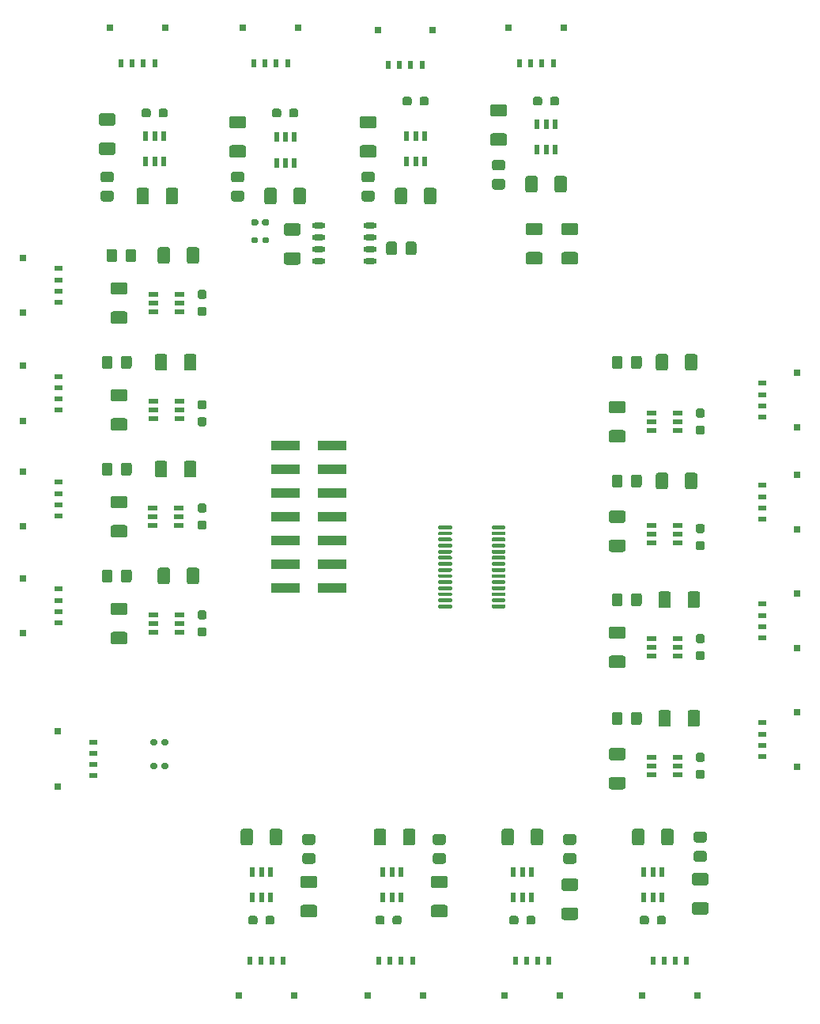
<source format=gbr>
%TF.GenerationSoftware,KiCad,Pcbnew,(5.1.9)-1*%
%TF.CreationDate,2021-03-30T13:50:55+05:30*%
%TF.ProjectId,LightStage,4c696768-7453-4746-9167-652e6b696361,rev?*%
%TF.SameCoordinates,Original*%
%TF.FileFunction,Paste,Top*%
%TF.FilePolarity,Positive*%
%FSLAX46Y46*%
G04 Gerber Fmt 4.6, Leading zero omitted, Abs format (unit mm)*
G04 Created by KiCad (PCBNEW (5.1.9)-1) date 2021-03-30 13:50:55*
%MOMM*%
%LPD*%
G01*
G04 APERTURE LIST*
%ADD10R,0.700000X0.800000*%
%ADD11R,0.600000X0.850000*%
%ADD12R,0.800000X0.700000*%
%ADD13R,0.850000X0.600000*%
%ADD14R,3.150000X1.000000*%
%ADD15R,0.558000X0.997699*%
%ADD16R,0.997699X0.558000*%
%ADD17O,1.450000X0.599999*%
G04 APERTURE END LIST*
%TO.C,C5*%
G36*
G01*
X61833999Y-67486500D02*
X63134001Y-67486500D01*
G75*
G02*
X63384000Y-67736499I0J-249999D01*
G01*
X63384000Y-68561501D01*
G75*
G02*
X63134001Y-68811500I-249999J0D01*
G01*
X61833999Y-68811500D01*
G75*
G02*
X61584000Y-68561501I0J249999D01*
G01*
X61584000Y-67736499D01*
G75*
G02*
X61833999Y-67486500I249999J0D01*
G01*
G37*
G36*
G01*
X61833999Y-64361500D02*
X63134001Y-64361500D01*
G75*
G02*
X63384000Y-64611499I0J-249999D01*
G01*
X63384000Y-65436501D01*
G75*
G02*
X63134001Y-65686500I-249999J0D01*
G01*
X61833999Y-65686500D01*
G75*
G02*
X61584000Y-65436501I0J249999D01*
G01*
X61584000Y-64611499D01*
G75*
G02*
X61833999Y-64361500I249999J0D01*
G01*
G37*
%TD*%
D10*
%TO.C,J5*%
X43001999Y-43468999D03*
X48902000Y-43468999D03*
D11*
X44152000Y-47244000D03*
X45352000Y-47244000D03*
X46552000Y-47244000D03*
X47752000Y-47244000D03*
%TD*%
D12*
%TO.C,J9*%
X116551001Y-91261999D03*
X116551001Y-97162000D03*
D13*
X112776000Y-92412000D03*
X112776000Y-93612000D03*
X112776000Y-94812000D03*
X112776000Y-96012000D03*
%TD*%
D12*
%TO.C,J6*%
X116551001Y-80339999D03*
X116551001Y-86240000D03*
D13*
X112776000Y-81490000D03*
X112776000Y-82690000D03*
X112776000Y-83890000D03*
X112776000Y-85090000D03*
%TD*%
D10*
%TO.C,J7*%
X85673999Y-43468999D03*
X91574000Y-43468999D03*
D11*
X86824000Y-47244000D03*
X88024000Y-47244000D03*
X89224000Y-47244000D03*
X90424000Y-47244000D03*
%TD*%
D10*
%TO.C,J8*%
X71628000Y-43688000D03*
X77528001Y-43688000D03*
D11*
X72778001Y-47463001D03*
X73978001Y-47463001D03*
X75178001Y-47463001D03*
X76378001Y-47463001D03*
%TD*%
D10*
%TO.C,J4*%
X57225999Y-43468999D03*
X63126000Y-43468999D03*
D11*
X58376000Y-47244000D03*
X59576000Y-47244000D03*
X60776000Y-47244000D03*
X61976000Y-47244000D03*
%TD*%
D10*
%TO.C,J13*%
X62662001Y-147031001D03*
X56762000Y-147031001D03*
D11*
X61512000Y-143256000D03*
X60312000Y-143256000D03*
X59112000Y-143256000D03*
X57912000Y-143256000D03*
%TD*%
D12*
%TO.C,J20*%
X37372999Y-124638001D03*
X37372999Y-118738000D03*
D13*
X41148000Y-123488000D03*
X41148000Y-122288000D03*
X41148000Y-121088000D03*
X41148000Y-119888000D03*
%TD*%
D12*
%TO.C,J19*%
X33689999Y-73965001D03*
X33689999Y-68065000D03*
D13*
X37465000Y-72815000D03*
X37465000Y-71615000D03*
X37465000Y-70415000D03*
X37465000Y-69215000D03*
%TD*%
D12*
%TO.C,J18*%
X33689999Y-108255001D03*
X33689999Y-102355000D03*
D13*
X37465000Y-107105000D03*
X37465000Y-105905000D03*
X37465000Y-104705000D03*
X37465000Y-103505000D03*
%TD*%
D12*
%TO.C,J17*%
X33689999Y-96825001D03*
X33689999Y-90925000D03*
D13*
X37465000Y-95675000D03*
X37465000Y-94475000D03*
X37465000Y-93275000D03*
X37465000Y-92075000D03*
%TD*%
D12*
%TO.C,J16*%
X33689999Y-85522001D03*
X33689999Y-79622000D03*
D13*
X37465000Y-84372000D03*
X37465000Y-83172000D03*
X37465000Y-81972000D03*
X37465000Y-80772000D03*
%TD*%
D10*
%TO.C,J15*%
X91110001Y-147031001D03*
X85210000Y-147031001D03*
D11*
X89960000Y-143256000D03*
X88760000Y-143256000D03*
X87560000Y-143256000D03*
X86360000Y-143256000D03*
%TD*%
D10*
%TO.C,J14*%
X76505001Y-147031001D03*
X70605000Y-147031001D03*
D11*
X75355000Y-143256000D03*
X74155000Y-143256000D03*
X72955000Y-143256000D03*
X71755000Y-143256000D03*
%TD*%
D12*
%TO.C,J12*%
X116551001Y-103961999D03*
X116551001Y-109862000D03*
D13*
X112776000Y-105112000D03*
X112776000Y-106312000D03*
X112776000Y-107512000D03*
X112776000Y-108712000D03*
%TD*%
D12*
%TO.C,J11*%
X116551001Y-116661999D03*
X116551001Y-122562000D03*
D13*
X112776000Y-117812000D03*
X112776000Y-119012000D03*
X112776000Y-120212000D03*
X112776000Y-121412000D03*
%TD*%
D10*
%TO.C,J10*%
X105842001Y-147031001D03*
X99942000Y-147031001D03*
D11*
X104692000Y-143256000D03*
X103492000Y-143256000D03*
X102292000Y-143256000D03*
X101092000Y-143256000D03*
%TD*%
%TO.C,D1*%
G36*
G01*
X59245000Y-64422000D02*
X59245000Y-64102000D01*
G75*
G02*
X59405000Y-63942000I160000J0D01*
G01*
X59850000Y-63942000D01*
G75*
G02*
X60010000Y-64102000I0J-160000D01*
G01*
X60010000Y-64422000D01*
G75*
G02*
X59850000Y-64582000I-160000J0D01*
G01*
X59405000Y-64582000D01*
G75*
G02*
X59245000Y-64422000I0J160000D01*
G01*
G37*
G36*
G01*
X58100000Y-64422000D02*
X58100000Y-64102000D01*
G75*
G02*
X58260000Y-63942000I160000J0D01*
G01*
X58705000Y-63942000D01*
G75*
G02*
X58865000Y-64102000I0J-160000D01*
G01*
X58865000Y-64422000D01*
G75*
G02*
X58705000Y-64582000I-160000J0D01*
G01*
X58260000Y-64582000D01*
G75*
G02*
X58100000Y-64422000I0J160000D01*
G01*
G37*
%TD*%
D14*
%TO.C,J1*%
X66787000Y-103378000D03*
X61737000Y-103378000D03*
X66787000Y-100838000D03*
X61737000Y-100838000D03*
X66787000Y-98298000D03*
X61737000Y-98298000D03*
X66787000Y-95758000D03*
X61737000Y-95758000D03*
X66787000Y-93218000D03*
X61737000Y-93218000D03*
X66787000Y-90678000D03*
X61737000Y-90678000D03*
X66787000Y-88138000D03*
X61737000Y-88138000D03*
%TD*%
%TO.C,R19*%
G36*
G01*
X106409500Y-85173000D02*
X105934500Y-85173000D01*
G75*
G02*
X105697000Y-84935500I0J237500D01*
G01*
X105697000Y-84435500D01*
G75*
G02*
X105934500Y-84198000I237500J0D01*
G01*
X106409500Y-84198000D01*
G75*
G02*
X106647000Y-84435500I0J-237500D01*
G01*
X106647000Y-84935500D01*
G75*
G02*
X106409500Y-85173000I-237500J0D01*
G01*
G37*
G36*
G01*
X106409500Y-86998000D02*
X105934500Y-86998000D01*
G75*
G02*
X105697000Y-86760500I0J237500D01*
G01*
X105697000Y-86260500D01*
G75*
G02*
X105934500Y-86023000I237500J0D01*
G01*
X106409500Y-86023000D01*
G75*
G02*
X106647000Y-86260500I0J-237500D01*
G01*
X106647000Y-86760500D01*
G75*
G02*
X106409500Y-86998000I-237500J0D01*
G01*
G37*
%TD*%
%TO.C,R18*%
G36*
G01*
X106409500Y-97515500D02*
X105934500Y-97515500D01*
G75*
G02*
X105697000Y-97278000I0J237500D01*
G01*
X105697000Y-96778000D01*
G75*
G02*
X105934500Y-96540500I237500J0D01*
G01*
X106409500Y-96540500D01*
G75*
G02*
X106647000Y-96778000I0J-237500D01*
G01*
X106647000Y-97278000D01*
G75*
G02*
X106409500Y-97515500I-237500J0D01*
G01*
G37*
G36*
G01*
X106409500Y-99340500D02*
X105934500Y-99340500D01*
G75*
G02*
X105697000Y-99103000I0J237500D01*
G01*
X105697000Y-98603000D01*
G75*
G02*
X105934500Y-98365500I237500J0D01*
G01*
X106409500Y-98365500D01*
G75*
G02*
X106647000Y-98603000I0J-237500D01*
G01*
X106647000Y-99103000D01*
G75*
G02*
X106409500Y-99340500I-237500J0D01*
G01*
G37*
%TD*%
%TO.C,R17*%
G36*
G01*
X61297000Y-52340500D02*
X61297000Y-52815500D01*
G75*
G02*
X61059500Y-53053000I-237500J0D01*
G01*
X60559500Y-53053000D01*
G75*
G02*
X60322000Y-52815500I0J237500D01*
G01*
X60322000Y-52340500D01*
G75*
G02*
X60559500Y-52103000I237500J0D01*
G01*
X61059500Y-52103000D01*
G75*
G02*
X61297000Y-52340500I0J-237500D01*
G01*
G37*
G36*
G01*
X63122000Y-52340500D02*
X63122000Y-52815500D01*
G75*
G02*
X62884500Y-53053000I-237500J0D01*
G01*
X62384500Y-53053000D01*
G75*
G02*
X62147000Y-52815500I0J237500D01*
G01*
X62147000Y-52340500D01*
G75*
G02*
X62384500Y-52103000I237500J0D01*
G01*
X62884500Y-52103000D01*
G75*
G02*
X63122000Y-52340500I0J-237500D01*
G01*
G37*
%TD*%
%TO.C,R16*%
G36*
G01*
X75267000Y-51070500D02*
X75267000Y-51545500D01*
G75*
G02*
X75029500Y-51783000I-237500J0D01*
G01*
X74529500Y-51783000D01*
G75*
G02*
X74292000Y-51545500I0J237500D01*
G01*
X74292000Y-51070500D01*
G75*
G02*
X74529500Y-50833000I237500J0D01*
G01*
X75029500Y-50833000D01*
G75*
G02*
X75267000Y-51070500I0J-237500D01*
G01*
G37*
G36*
G01*
X77092000Y-51070500D02*
X77092000Y-51545500D01*
G75*
G02*
X76854500Y-51783000I-237500J0D01*
G01*
X76354500Y-51783000D01*
G75*
G02*
X76117000Y-51545500I0J237500D01*
G01*
X76117000Y-51070500D01*
G75*
G02*
X76354500Y-50833000I237500J0D01*
G01*
X76854500Y-50833000D01*
G75*
G02*
X77092000Y-51070500I0J-237500D01*
G01*
G37*
%TD*%
%TO.C,R15*%
G36*
G01*
X89237000Y-51070500D02*
X89237000Y-51545500D01*
G75*
G02*
X88999500Y-51783000I-237500J0D01*
G01*
X88499500Y-51783000D01*
G75*
G02*
X88262000Y-51545500I0J237500D01*
G01*
X88262000Y-51070500D01*
G75*
G02*
X88499500Y-50833000I237500J0D01*
G01*
X88999500Y-50833000D01*
G75*
G02*
X89237000Y-51070500I0J-237500D01*
G01*
G37*
G36*
G01*
X91062000Y-51070500D02*
X91062000Y-51545500D01*
G75*
G02*
X90824500Y-51783000I-237500J0D01*
G01*
X90324500Y-51783000D01*
G75*
G02*
X90087000Y-51545500I0J237500D01*
G01*
X90087000Y-51070500D01*
G75*
G02*
X90324500Y-50833000I237500J0D01*
G01*
X90824500Y-50833000D01*
G75*
G02*
X91062000Y-51070500I0J-237500D01*
G01*
G37*
%TD*%
%TO.C,R14*%
G36*
G01*
X47327000Y-52340500D02*
X47327000Y-52815500D01*
G75*
G02*
X47089500Y-53053000I-237500J0D01*
G01*
X46589500Y-53053000D01*
G75*
G02*
X46352000Y-52815500I0J237500D01*
G01*
X46352000Y-52340500D01*
G75*
G02*
X46589500Y-52103000I237500J0D01*
G01*
X47089500Y-52103000D01*
G75*
G02*
X47327000Y-52340500I0J-237500D01*
G01*
G37*
G36*
G01*
X49152000Y-52340500D02*
X49152000Y-52815500D01*
G75*
G02*
X48914500Y-53053000I-237500J0D01*
G01*
X48414500Y-53053000D01*
G75*
G02*
X48177000Y-52815500I0J237500D01*
G01*
X48177000Y-52340500D01*
G75*
G02*
X48414500Y-52103000I237500J0D01*
G01*
X48914500Y-52103000D01*
G75*
G02*
X49152000Y-52340500I0J-237500D01*
G01*
G37*
%TD*%
%TO.C,R13*%
G36*
G01*
X106409500Y-109303000D02*
X105934500Y-109303000D01*
G75*
G02*
X105697000Y-109065500I0J237500D01*
G01*
X105697000Y-108565500D01*
G75*
G02*
X105934500Y-108328000I237500J0D01*
G01*
X106409500Y-108328000D01*
G75*
G02*
X106647000Y-108565500I0J-237500D01*
G01*
X106647000Y-109065500D01*
G75*
G02*
X106409500Y-109303000I-237500J0D01*
G01*
G37*
G36*
G01*
X106409500Y-111128000D02*
X105934500Y-111128000D01*
G75*
G02*
X105697000Y-110890500I0J237500D01*
G01*
X105697000Y-110390500D01*
G75*
G02*
X105934500Y-110153000I237500J0D01*
G01*
X106409500Y-110153000D01*
G75*
G02*
X106647000Y-110390500I0J-237500D01*
G01*
X106647000Y-110890500D01*
G75*
G02*
X106409500Y-111128000I-237500J0D01*
G01*
G37*
%TD*%
%TO.C,R12*%
G36*
G01*
X106409500Y-122003000D02*
X105934500Y-122003000D01*
G75*
G02*
X105697000Y-121765500I0J237500D01*
G01*
X105697000Y-121265500D01*
G75*
G02*
X105934500Y-121028000I237500J0D01*
G01*
X106409500Y-121028000D01*
G75*
G02*
X106647000Y-121265500I0J-237500D01*
G01*
X106647000Y-121765500D01*
G75*
G02*
X106409500Y-122003000I-237500J0D01*
G01*
G37*
G36*
G01*
X106409500Y-123828000D02*
X105934500Y-123828000D01*
G75*
G02*
X105697000Y-123590500I0J237500D01*
G01*
X105697000Y-123090500D01*
G75*
G02*
X105934500Y-122853000I237500J0D01*
G01*
X106409500Y-122853000D01*
G75*
G02*
X106647000Y-123090500I0J-237500D01*
G01*
X106647000Y-123590500D01*
G75*
G02*
X106409500Y-123828000I-237500J0D01*
G01*
G37*
%TD*%
%TO.C,R11*%
G36*
G01*
X87547000Y-139175500D02*
X87547000Y-138700500D01*
G75*
G02*
X87784500Y-138463000I237500J0D01*
G01*
X88284500Y-138463000D01*
G75*
G02*
X88522000Y-138700500I0J-237500D01*
G01*
X88522000Y-139175500D01*
G75*
G02*
X88284500Y-139413000I-237500J0D01*
G01*
X87784500Y-139413000D01*
G75*
G02*
X87547000Y-139175500I0J237500D01*
G01*
G37*
G36*
G01*
X85722000Y-139175500D02*
X85722000Y-138700500D01*
G75*
G02*
X85959500Y-138463000I237500J0D01*
G01*
X86459500Y-138463000D01*
G75*
G02*
X86697000Y-138700500I0J-237500D01*
G01*
X86697000Y-139175500D01*
G75*
G02*
X86459500Y-139413000I-237500J0D01*
G01*
X85959500Y-139413000D01*
G75*
G02*
X85722000Y-139175500I0J237500D01*
G01*
G37*
%TD*%
%TO.C,R10*%
G36*
G01*
X101517000Y-139175500D02*
X101517000Y-138700500D01*
G75*
G02*
X101754500Y-138463000I237500J0D01*
G01*
X102254500Y-138463000D01*
G75*
G02*
X102492000Y-138700500I0J-237500D01*
G01*
X102492000Y-139175500D01*
G75*
G02*
X102254500Y-139413000I-237500J0D01*
G01*
X101754500Y-139413000D01*
G75*
G02*
X101517000Y-139175500I0J237500D01*
G01*
G37*
G36*
G01*
X99692000Y-139175500D02*
X99692000Y-138700500D01*
G75*
G02*
X99929500Y-138463000I237500J0D01*
G01*
X100429500Y-138463000D01*
G75*
G02*
X100667000Y-138700500I0J-237500D01*
G01*
X100667000Y-139175500D01*
G75*
G02*
X100429500Y-139413000I-237500J0D01*
G01*
X99929500Y-139413000D01*
G75*
G02*
X99692000Y-139175500I0J237500D01*
G01*
G37*
%TD*%
%TO.C,L16*%
G36*
G01*
X98757000Y-79698001D02*
X98757000Y-78797999D01*
G75*
G02*
X99006999Y-78548000I249999J0D01*
G01*
X99657001Y-78548000D01*
G75*
G02*
X99907000Y-78797999I0J-249999D01*
G01*
X99907000Y-79698001D01*
G75*
G02*
X99657001Y-79948000I-249999J0D01*
G01*
X99006999Y-79948000D01*
G75*
G02*
X98757000Y-79698001I0J249999D01*
G01*
G37*
G36*
G01*
X96707000Y-79698001D02*
X96707000Y-78797999D01*
G75*
G02*
X96956999Y-78548000I249999J0D01*
G01*
X97607001Y-78548000D01*
G75*
G02*
X97857000Y-78797999I0J-249999D01*
G01*
X97857000Y-79698001D01*
G75*
G02*
X97607001Y-79948000I-249999J0D01*
G01*
X96956999Y-79948000D01*
G75*
G02*
X96707000Y-79698001I0J249999D01*
G01*
G37*
%TD*%
%TO.C,L15*%
G36*
G01*
X98757000Y-92398001D02*
X98757000Y-91497999D01*
G75*
G02*
X99006999Y-91248000I249999J0D01*
G01*
X99657001Y-91248000D01*
G75*
G02*
X99907000Y-91497999I0J-249999D01*
G01*
X99907000Y-92398001D01*
G75*
G02*
X99657001Y-92648000I-249999J0D01*
G01*
X99006999Y-92648000D01*
G75*
G02*
X98757000Y-92398001I0J249999D01*
G01*
G37*
G36*
G01*
X96707000Y-92398001D02*
X96707000Y-91497999D01*
G75*
G02*
X96956999Y-91248000I249999J0D01*
G01*
X97607001Y-91248000D01*
G75*
G02*
X97857000Y-91497999I0J-249999D01*
G01*
X97857000Y-92398001D01*
G75*
G02*
X97607001Y-92648000I-249999J0D01*
G01*
X96956999Y-92648000D01*
G75*
G02*
X96707000Y-92398001I0J249999D01*
G01*
G37*
%TD*%
%TO.C,L14*%
G36*
G01*
X57092001Y-59993000D02*
X56191999Y-59993000D01*
G75*
G02*
X55942000Y-59743001I0J249999D01*
G01*
X55942000Y-59092999D01*
G75*
G02*
X56191999Y-58843000I249999J0D01*
G01*
X57092001Y-58843000D01*
G75*
G02*
X57342000Y-59092999I0J-249999D01*
G01*
X57342000Y-59743001D01*
G75*
G02*
X57092001Y-59993000I-249999J0D01*
G01*
G37*
G36*
G01*
X57092001Y-62043000D02*
X56191999Y-62043000D01*
G75*
G02*
X55942000Y-61793001I0J249999D01*
G01*
X55942000Y-61142999D01*
G75*
G02*
X56191999Y-60893000I249999J0D01*
G01*
X57092001Y-60893000D01*
G75*
G02*
X57342000Y-61142999I0J-249999D01*
G01*
X57342000Y-61793001D01*
G75*
G02*
X57092001Y-62043000I-249999J0D01*
G01*
G37*
%TD*%
%TO.C,L13*%
G36*
G01*
X71062001Y-59993000D02*
X70161999Y-59993000D01*
G75*
G02*
X69912000Y-59743001I0J249999D01*
G01*
X69912000Y-59092999D01*
G75*
G02*
X70161999Y-58843000I249999J0D01*
G01*
X71062001Y-58843000D01*
G75*
G02*
X71312000Y-59092999I0J-249999D01*
G01*
X71312000Y-59743001D01*
G75*
G02*
X71062001Y-59993000I-249999J0D01*
G01*
G37*
G36*
G01*
X71062001Y-62043000D02*
X70161999Y-62043000D01*
G75*
G02*
X69912000Y-61793001I0J249999D01*
G01*
X69912000Y-61142999D01*
G75*
G02*
X70161999Y-60893000I249999J0D01*
G01*
X71062001Y-60893000D01*
G75*
G02*
X71312000Y-61142999I0J-249999D01*
G01*
X71312000Y-61793001D01*
G75*
G02*
X71062001Y-62043000I-249999J0D01*
G01*
G37*
%TD*%
%TO.C,L12*%
G36*
G01*
X85032001Y-58723000D02*
X84131999Y-58723000D01*
G75*
G02*
X83882000Y-58473001I0J249999D01*
G01*
X83882000Y-57822999D01*
G75*
G02*
X84131999Y-57573000I249999J0D01*
G01*
X85032001Y-57573000D01*
G75*
G02*
X85282000Y-57822999I0J-249999D01*
G01*
X85282000Y-58473001D01*
G75*
G02*
X85032001Y-58723000I-249999J0D01*
G01*
G37*
G36*
G01*
X85032001Y-60773000D02*
X84131999Y-60773000D01*
G75*
G02*
X83882000Y-60523001I0J249999D01*
G01*
X83882000Y-59872999D01*
G75*
G02*
X84131999Y-59623000I249999J0D01*
G01*
X85032001Y-59623000D01*
G75*
G02*
X85282000Y-59872999I0J-249999D01*
G01*
X85282000Y-60523001D01*
G75*
G02*
X85032001Y-60773000I-249999J0D01*
G01*
G37*
%TD*%
%TO.C,L11*%
G36*
G01*
X43122001Y-59993000D02*
X42221999Y-59993000D01*
G75*
G02*
X41972000Y-59743001I0J249999D01*
G01*
X41972000Y-59092999D01*
G75*
G02*
X42221999Y-58843000I249999J0D01*
G01*
X43122001Y-58843000D01*
G75*
G02*
X43372000Y-59092999I0J-249999D01*
G01*
X43372000Y-59743001D01*
G75*
G02*
X43122001Y-59993000I-249999J0D01*
G01*
G37*
G36*
G01*
X43122001Y-62043000D02*
X42221999Y-62043000D01*
G75*
G02*
X41972000Y-61793001I0J249999D01*
G01*
X41972000Y-61142999D01*
G75*
G02*
X42221999Y-60893000I249999J0D01*
G01*
X43122001Y-60893000D01*
G75*
G02*
X43372000Y-61142999I0J-249999D01*
G01*
X43372000Y-61793001D01*
G75*
G02*
X43122001Y-62043000I-249999J0D01*
G01*
G37*
%TD*%
%TO.C,L10*%
G36*
G01*
X98757000Y-105098001D02*
X98757000Y-104197999D01*
G75*
G02*
X99006999Y-103948000I249999J0D01*
G01*
X99657001Y-103948000D01*
G75*
G02*
X99907000Y-104197999I0J-249999D01*
G01*
X99907000Y-105098001D01*
G75*
G02*
X99657001Y-105348000I-249999J0D01*
G01*
X99006999Y-105348000D01*
G75*
G02*
X98757000Y-105098001I0J249999D01*
G01*
G37*
G36*
G01*
X96707000Y-105098001D02*
X96707000Y-104197999D01*
G75*
G02*
X96956999Y-103948000I249999J0D01*
G01*
X97607001Y-103948000D01*
G75*
G02*
X97857000Y-104197999I0J-249999D01*
G01*
X97857000Y-105098001D01*
G75*
G02*
X97607001Y-105348000I-249999J0D01*
G01*
X96956999Y-105348000D01*
G75*
G02*
X96707000Y-105098001I0J249999D01*
G01*
G37*
%TD*%
%TO.C,L9*%
G36*
G01*
X98757000Y-117798001D02*
X98757000Y-116897999D01*
G75*
G02*
X99006999Y-116648000I249999J0D01*
G01*
X99657001Y-116648000D01*
G75*
G02*
X99907000Y-116897999I0J-249999D01*
G01*
X99907000Y-117798001D01*
G75*
G02*
X99657001Y-118048000I-249999J0D01*
G01*
X99006999Y-118048000D01*
G75*
G02*
X98757000Y-117798001I0J249999D01*
G01*
G37*
G36*
G01*
X96707000Y-117798001D02*
X96707000Y-116897999D01*
G75*
G02*
X96956999Y-116648000I249999J0D01*
G01*
X97607001Y-116648000D01*
G75*
G02*
X97857000Y-116897999I0J-249999D01*
G01*
X97857000Y-117798001D01*
G75*
G02*
X97607001Y-118048000I-249999J0D01*
G01*
X96956999Y-118048000D01*
G75*
G02*
X96707000Y-117798001I0J249999D01*
G01*
G37*
%TD*%
%TO.C,L8*%
G36*
G01*
X91751999Y-131768000D02*
X92652001Y-131768000D01*
G75*
G02*
X92902000Y-132017999I0J-249999D01*
G01*
X92902000Y-132668001D01*
G75*
G02*
X92652001Y-132918000I-249999J0D01*
G01*
X91751999Y-132918000D01*
G75*
G02*
X91502000Y-132668001I0J249999D01*
G01*
X91502000Y-132017999D01*
G75*
G02*
X91751999Y-131768000I249999J0D01*
G01*
G37*
G36*
G01*
X91751999Y-129718000D02*
X92652001Y-129718000D01*
G75*
G02*
X92902000Y-129967999I0J-249999D01*
G01*
X92902000Y-130618001D01*
G75*
G02*
X92652001Y-130868000I-249999J0D01*
G01*
X91751999Y-130868000D01*
G75*
G02*
X91502000Y-130618001I0J249999D01*
G01*
X91502000Y-129967999D01*
G75*
G02*
X91751999Y-129718000I249999J0D01*
G01*
G37*
%TD*%
%TO.C,L7*%
G36*
G01*
X105721999Y-131523000D02*
X106622001Y-131523000D01*
G75*
G02*
X106872000Y-131772999I0J-249999D01*
G01*
X106872000Y-132423001D01*
G75*
G02*
X106622001Y-132673000I-249999J0D01*
G01*
X105721999Y-132673000D01*
G75*
G02*
X105472000Y-132423001I0J249999D01*
G01*
X105472000Y-131772999D01*
G75*
G02*
X105721999Y-131523000I249999J0D01*
G01*
G37*
G36*
G01*
X105721999Y-129473000D02*
X106622001Y-129473000D01*
G75*
G02*
X106872000Y-129722999I0J-249999D01*
G01*
X106872000Y-130373001D01*
G75*
G02*
X106622001Y-130623000I-249999J0D01*
G01*
X105721999Y-130623000D01*
G75*
G02*
X105472000Y-130373001I0J249999D01*
G01*
X105472000Y-129722999D01*
G75*
G02*
X105721999Y-129473000I249999J0D01*
G01*
G37*
%TD*%
%TO.C,C39*%
G36*
G01*
X104532000Y-79898003D02*
X104532000Y-78597997D01*
G75*
G02*
X104781997Y-78348000I249997J0D01*
G01*
X105607003Y-78348000D01*
G75*
G02*
X105857000Y-78597997I0J-249997D01*
G01*
X105857000Y-79898003D01*
G75*
G02*
X105607003Y-80148000I-249997J0D01*
G01*
X104781997Y-80148000D01*
G75*
G02*
X104532000Y-79898003I0J249997D01*
G01*
G37*
G36*
G01*
X101407000Y-79898003D02*
X101407000Y-78597997D01*
G75*
G02*
X101656997Y-78348000I249997J0D01*
G01*
X102482003Y-78348000D01*
G75*
G02*
X102732000Y-78597997I0J-249997D01*
G01*
X102732000Y-79898003D01*
G75*
G02*
X102482003Y-80148000I-249997J0D01*
G01*
X101656997Y-80148000D01*
G75*
G02*
X101407000Y-79898003I0J249997D01*
G01*
G37*
%TD*%
%TO.C,C38*%
G36*
G01*
X104532000Y-92598003D02*
X104532000Y-91297997D01*
G75*
G02*
X104781997Y-91048000I249997J0D01*
G01*
X105607003Y-91048000D01*
G75*
G02*
X105857000Y-91297997I0J-249997D01*
G01*
X105857000Y-92598003D01*
G75*
G02*
X105607003Y-92848000I-249997J0D01*
G01*
X104781997Y-92848000D01*
G75*
G02*
X104532000Y-92598003I0J249997D01*
G01*
G37*
G36*
G01*
X101407000Y-92598003D02*
X101407000Y-91297997D01*
G75*
G02*
X101656997Y-91048000I249997J0D01*
G01*
X102482003Y-91048000D01*
G75*
G02*
X102732000Y-91297997I0J-249997D01*
G01*
X102732000Y-92598003D01*
G75*
G02*
X102482003Y-92848000I-249997J0D01*
G01*
X101656997Y-92848000D01*
G75*
G02*
X101407000Y-92598003I0J249997D01*
G01*
G37*
%TD*%
%TO.C,C37*%
G36*
G01*
X57292003Y-54218000D02*
X55991997Y-54218000D01*
G75*
G02*
X55742000Y-53968003I0J249997D01*
G01*
X55742000Y-53142997D01*
G75*
G02*
X55991997Y-52893000I249997J0D01*
G01*
X57292003Y-52893000D01*
G75*
G02*
X57542000Y-53142997I0J-249997D01*
G01*
X57542000Y-53968003D01*
G75*
G02*
X57292003Y-54218000I-249997J0D01*
G01*
G37*
G36*
G01*
X57292003Y-57343000D02*
X55991997Y-57343000D01*
G75*
G02*
X55742000Y-57093003I0J249997D01*
G01*
X55742000Y-56267997D01*
G75*
G02*
X55991997Y-56018000I249997J0D01*
G01*
X57292003Y-56018000D01*
G75*
G02*
X57542000Y-56267997I0J-249997D01*
G01*
X57542000Y-57093003D01*
G75*
G02*
X57292003Y-57343000I-249997J0D01*
G01*
G37*
%TD*%
%TO.C,C36*%
G36*
G01*
X71262003Y-54218000D02*
X69961997Y-54218000D01*
G75*
G02*
X69712000Y-53968003I0J249997D01*
G01*
X69712000Y-53142997D01*
G75*
G02*
X69961997Y-52893000I249997J0D01*
G01*
X71262003Y-52893000D01*
G75*
G02*
X71512000Y-53142997I0J-249997D01*
G01*
X71512000Y-53968003D01*
G75*
G02*
X71262003Y-54218000I-249997J0D01*
G01*
G37*
G36*
G01*
X71262003Y-57343000D02*
X69961997Y-57343000D01*
G75*
G02*
X69712000Y-57093003I0J249997D01*
G01*
X69712000Y-56267997D01*
G75*
G02*
X69961997Y-56018000I249997J0D01*
G01*
X71262003Y-56018000D01*
G75*
G02*
X71512000Y-56267997I0J-249997D01*
G01*
X71512000Y-57093003D01*
G75*
G02*
X71262003Y-57343000I-249997J0D01*
G01*
G37*
%TD*%
%TO.C,C35*%
G36*
G01*
X85232003Y-52948000D02*
X83931997Y-52948000D01*
G75*
G02*
X83682000Y-52698003I0J249997D01*
G01*
X83682000Y-51872997D01*
G75*
G02*
X83931997Y-51623000I249997J0D01*
G01*
X85232003Y-51623000D01*
G75*
G02*
X85482000Y-51872997I0J-249997D01*
G01*
X85482000Y-52698003D01*
G75*
G02*
X85232003Y-52948000I-249997J0D01*
G01*
G37*
G36*
G01*
X85232003Y-56073000D02*
X83931997Y-56073000D01*
G75*
G02*
X83682000Y-55823003I0J249997D01*
G01*
X83682000Y-54997997D01*
G75*
G02*
X83931997Y-54748000I249997J0D01*
G01*
X85232003Y-54748000D01*
G75*
G02*
X85482000Y-54997997I0J-249997D01*
G01*
X85482000Y-55823003D01*
G75*
G02*
X85232003Y-56073000I-249997J0D01*
G01*
G37*
%TD*%
%TO.C,C34*%
G36*
G01*
X97932003Y-84698000D02*
X96631997Y-84698000D01*
G75*
G02*
X96382000Y-84448003I0J249997D01*
G01*
X96382000Y-83622997D01*
G75*
G02*
X96631997Y-83373000I249997J0D01*
G01*
X97932003Y-83373000D01*
G75*
G02*
X98182000Y-83622997I0J-249997D01*
G01*
X98182000Y-84448003D01*
G75*
G02*
X97932003Y-84698000I-249997J0D01*
G01*
G37*
G36*
G01*
X97932003Y-87823000D02*
X96631997Y-87823000D01*
G75*
G02*
X96382000Y-87573003I0J249997D01*
G01*
X96382000Y-86747997D01*
G75*
G02*
X96631997Y-86498000I249997J0D01*
G01*
X97932003Y-86498000D01*
G75*
G02*
X98182000Y-86747997I0J-249997D01*
G01*
X98182000Y-87573003D01*
G75*
G02*
X97932003Y-87823000I-249997J0D01*
G01*
G37*
%TD*%
%TO.C,C33*%
G36*
G01*
X97932003Y-96420500D02*
X96631997Y-96420500D01*
G75*
G02*
X96382000Y-96170503I0J249997D01*
G01*
X96382000Y-95345497D01*
G75*
G02*
X96631997Y-95095500I249997J0D01*
G01*
X97932003Y-95095500D01*
G75*
G02*
X98182000Y-95345497I0J-249997D01*
G01*
X98182000Y-96170503D01*
G75*
G02*
X97932003Y-96420500I-249997J0D01*
G01*
G37*
G36*
G01*
X97932003Y-99545500D02*
X96631997Y-99545500D01*
G75*
G02*
X96382000Y-99295503I0J249997D01*
G01*
X96382000Y-98470497D01*
G75*
G02*
X96631997Y-98220500I249997J0D01*
G01*
X97932003Y-98220500D01*
G75*
G02*
X98182000Y-98470497I0J-249997D01*
G01*
X98182000Y-99295503D01*
G75*
G02*
X97932003Y-99545500I-249997J0D01*
G01*
G37*
%TD*%
%TO.C,C32*%
G36*
G01*
X60822000Y-60817997D02*
X60822000Y-62118003D01*
G75*
G02*
X60572003Y-62368000I-249997J0D01*
G01*
X59746997Y-62368000D01*
G75*
G02*
X59497000Y-62118003I0J249997D01*
G01*
X59497000Y-60817997D01*
G75*
G02*
X59746997Y-60568000I249997J0D01*
G01*
X60572003Y-60568000D01*
G75*
G02*
X60822000Y-60817997I0J-249997D01*
G01*
G37*
G36*
G01*
X63947000Y-60817997D02*
X63947000Y-62118003D01*
G75*
G02*
X63697003Y-62368000I-249997J0D01*
G01*
X62871997Y-62368000D01*
G75*
G02*
X62622000Y-62118003I0J249997D01*
G01*
X62622000Y-60817997D01*
G75*
G02*
X62871997Y-60568000I249997J0D01*
G01*
X63697003Y-60568000D01*
G75*
G02*
X63947000Y-60817997I0J-249997D01*
G01*
G37*
%TD*%
%TO.C,C31*%
G36*
G01*
X74792000Y-60817997D02*
X74792000Y-62118003D01*
G75*
G02*
X74542003Y-62368000I-249997J0D01*
G01*
X73716997Y-62368000D01*
G75*
G02*
X73467000Y-62118003I0J249997D01*
G01*
X73467000Y-60817997D01*
G75*
G02*
X73716997Y-60568000I249997J0D01*
G01*
X74542003Y-60568000D01*
G75*
G02*
X74792000Y-60817997I0J-249997D01*
G01*
G37*
G36*
G01*
X77917000Y-60817997D02*
X77917000Y-62118003D01*
G75*
G02*
X77667003Y-62368000I-249997J0D01*
G01*
X76841997Y-62368000D01*
G75*
G02*
X76592000Y-62118003I0J249997D01*
G01*
X76592000Y-60817997D01*
G75*
G02*
X76841997Y-60568000I249997J0D01*
G01*
X77667003Y-60568000D01*
G75*
G02*
X77917000Y-60817997I0J-249997D01*
G01*
G37*
%TD*%
%TO.C,C30*%
G36*
G01*
X88762000Y-59547997D02*
X88762000Y-60848003D01*
G75*
G02*
X88512003Y-61098000I-249997J0D01*
G01*
X87686997Y-61098000D01*
G75*
G02*
X87437000Y-60848003I0J249997D01*
G01*
X87437000Y-59547997D01*
G75*
G02*
X87686997Y-59298000I249997J0D01*
G01*
X88512003Y-59298000D01*
G75*
G02*
X88762000Y-59547997I0J-249997D01*
G01*
G37*
G36*
G01*
X91887000Y-59547997D02*
X91887000Y-60848003D01*
G75*
G02*
X91637003Y-61098000I-249997J0D01*
G01*
X90811997Y-61098000D01*
G75*
G02*
X90562000Y-60848003I0J249997D01*
G01*
X90562000Y-59547997D01*
G75*
G02*
X90811997Y-59298000I249997J0D01*
G01*
X91637003Y-59298000D01*
G75*
G02*
X91887000Y-59547997I0J-249997D01*
G01*
G37*
%TD*%
%TO.C,C29*%
G36*
G01*
X43322003Y-53925500D02*
X42021997Y-53925500D01*
G75*
G02*
X41772000Y-53675503I0J249997D01*
G01*
X41772000Y-52850497D01*
G75*
G02*
X42021997Y-52600500I249997J0D01*
G01*
X43322003Y-52600500D01*
G75*
G02*
X43572000Y-52850497I0J-249997D01*
G01*
X43572000Y-53675503D01*
G75*
G02*
X43322003Y-53925500I-249997J0D01*
G01*
G37*
G36*
G01*
X43322003Y-57050500D02*
X42021997Y-57050500D01*
G75*
G02*
X41772000Y-56800503I0J249997D01*
G01*
X41772000Y-55975497D01*
G75*
G02*
X42021997Y-55725500I249997J0D01*
G01*
X43322003Y-55725500D01*
G75*
G02*
X43572000Y-55975497I0J-249997D01*
G01*
X43572000Y-56800503D01*
G75*
G02*
X43322003Y-57050500I-249997J0D01*
G01*
G37*
%TD*%
%TO.C,C28*%
G36*
G01*
X104824500Y-105298003D02*
X104824500Y-103997997D01*
G75*
G02*
X105074497Y-103748000I249997J0D01*
G01*
X105899503Y-103748000D01*
G75*
G02*
X106149500Y-103997997I0J-249997D01*
G01*
X106149500Y-105298003D01*
G75*
G02*
X105899503Y-105548000I-249997J0D01*
G01*
X105074497Y-105548000D01*
G75*
G02*
X104824500Y-105298003I0J249997D01*
G01*
G37*
G36*
G01*
X101699500Y-105298003D02*
X101699500Y-103997997D01*
G75*
G02*
X101949497Y-103748000I249997J0D01*
G01*
X102774503Y-103748000D01*
G75*
G02*
X103024500Y-103997997I0J-249997D01*
G01*
X103024500Y-105298003D01*
G75*
G02*
X102774503Y-105548000I-249997J0D01*
G01*
X101949497Y-105548000D01*
G75*
G02*
X101699500Y-105298003I0J249997D01*
G01*
G37*
%TD*%
%TO.C,C27*%
G36*
G01*
X104824500Y-117998003D02*
X104824500Y-116697997D01*
G75*
G02*
X105074497Y-116448000I249997J0D01*
G01*
X105899503Y-116448000D01*
G75*
G02*
X106149500Y-116697997I0J-249997D01*
G01*
X106149500Y-117998003D01*
G75*
G02*
X105899503Y-118248000I-249997J0D01*
G01*
X105074497Y-118248000D01*
G75*
G02*
X104824500Y-117998003I0J249997D01*
G01*
G37*
G36*
G01*
X101699500Y-117998003D02*
X101699500Y-116697997D01*
G75*
G02*
X101949497Y-116448000I249997J0D01*
G01*
X102774503Y-116448000D01*
G75*
G02*
X103024500Y-116697997I0J-249997D01*
G01*
X103024500Y-117998003D01*
G75*
G02*
X102774503Y-118248000I-249997J0D01*
G01*
X101949497Y-118248000D01*
G75*
G02*
X101699500Y-117998003I0J249997D01*
G01*
G37*
%TD*%
%TO.C,C26*%
G36*
G01*
X92852003Y-135790500D02*
X91551997Y-135790500D01*
G75*
G02*
X91302000Y-135540503I0J249997D01*
G01*
X91302000Y-134715497D01*
G75*
G02*
X91551997Y-134465500I249997J0D01*
G01*
X92852003Y-134465500D01*
G75*
G02*
X93102000Y-134715497I0J-249997D01*
G01*
X93102000Y-135540503D01*
G75*
G02*
X92852003Y-135790500I-249997J0D01*
G01*
G37*
G36*
G01*
X92852003Y-138915500D02*
X91551997Y-138915500D01*
G75*
G02*
X91302000Y-138665503I0J249997D01*
G01*
X91302000Y-137840497D01*
G75*
G02*
X91551997Y-137590500I249997J0D01*
G01*
X92852003Y-137590500D01*
G75*
G02*
X93102000Y-137840497I0J-249997D01*
G01*
X93102000Y-138665503D01*
G75*
G02*
X92852003Y-138915500I-249997J0D01*
G01*
G37*
%TD*%
%TO.C,C25*%
G36*
G01*
X105521997Y-137005500D02*
X106822003Y-137005500D01*
G75*
G02*
X107072000Y-137255497I0J-249997D01*
G01*
X107072000Y-138080503D01*
G75*
G02*
X106822003Y-138330500I-249997J0D01*
G01*
X105521997Y-138330500D01*
G75*
G02*
X105272000Y-138080503I0J249997D01*
G01*
X105272000Y-137255497D01*
G75*
G02*
X105521997Y-137005500I249997J0D01*
G01*
G37*
G36*
G01*
X105521997Y-133880500D02*
X106822003Y-133880500D01*
G75*
G02*
X107072000Y-134130497I0J-249997D01*
G01*
X107072000Y-134955503D01*
G75*
G02*
X106822003Y-135205500I-249997J0D01*
G01*
X105521997Y-135205500D01*
G75*
G02*
X105272000Y-134955503I0J249997D01*
G01*
X105272000Y-134130497D01*
G75*
G02*
X105521997Y-133880500I249997J0D01*
G01*
G37*
%TD*%
%TO.C,C23*%
G36*
G01*
X47144500Y-60817997D02*
X47144500Y-62118003D01*
G75*
G02*
X46894503Y-62368000I-249997J0D01*
G01*
X46069497Y-62368000D01*
G75*
G02*
X45819500Y-62118003I0J249997D01*
G01*
X45819500Y-60817997D01*
G75*
G02*
X46069497Y-60568000I249997J0D01*
G01*
X46894503Y-60568000D01*
G75*
G02*
X47144500Y-60817997I0J-249997D01*
G01*
G37*
G36*
G01*
X50269500Y-60817997D02*
X50269500Y-62118003D01*
G75*
G02*
X50019503Y-62368000I-249997J0D01*
G01*
X49194497Y-62368000D01*
G75*
G02*
X48944500Y-62118003I0J249997D01*
G01*
X48944500Y-60817997D01*
G75*
G02*
X49194497Y-60568000I249997J0D01*
G01*
X50019503Y-60568000D01*
G75*
G02*
X50269500Y-60817997I0J-249997D01*
G01*
G37*
%TD*%
%TO.C,C22*%
G36*
G01*
X97932003Y-108828000D02*
X96631997Y-108828000D01*
G75*
G02*
X96382000Y-108578003I0J249997D01*
G01*
X96382000Y-107752997D01*
G75*
G02*
X96631997Y-107503000I249997J0D01*
G01*
X97932003Y-107503000D01*
G75*
G02*
X98182000Y-107752997I0J-249997D01*
G01*
X98182000Y-108578003D01*
G75*
G02*
X97932003Y-108828000I-249997J0D01*
G01*
G37*
G36*
G01*
X97932003Y-111953000D02*
X96631997Y-111953000D01*
G75*
G02*
X96382000Y-111703003I0J249997D01*
G01*
X96382000Y-110877997D01*
G75*
G02*
X96631997Y-110628000I249997J0D01*
G01*
X97932003Y-110628000D01*
G75*
G02*
X98182000Y-110877997I0J-249997D01*
G01*
X98182000Y-111703003D01*
G75*
G02*
X97932003Y-111953000I-249997J0D01*
G01*
G37*
%TD*%
%TO.C,C21*%
G36*
G01*
X97932003Y-121820500D02*
X96631997Y-121820500D01*
G75*
G02*
X96382000Y-121570503I0J249997D01*
G01*
X96382000Y-120745497D01*
G75*
G02*
X96631997Y-120495500I249997J0D01*
G01*
X97932003Y-120495500D01*
G75*
G02*
X98182000Y-120745497I0J-249997D01*
G01*
X98182000Y-121570503D01*
G75*
G02*
X97932003Y-121820500I-249997J0D01*
G01*
G37*
G36*
G01*
X97932003Y-124945500D02*
X96631997Y-124945500D01*
G75*
G02*
X96382000Y-124695503I0J249997D01*
G01*
X96382000Y-123870497D01*
G75*
G02*
X96631997Y-123620500I249997J0D01*
G01*
X97932003Y-123620500D01*
G75*
G02*
X98182000Y-123870497I0J-249997D01*
G01*
X98182000Y-124695503D01*
G75*
G02*
X97932003Y-124945500I-249997J0D01*
G01*
G37*
%TD*%
%TO.C,C20*%
G36*
G01*
X88022000Y-130698003D02*
X88022000Y-129397997D01*
G75*
G02*
X88271997Y-129148000I249997J0D01*
G01*
X89097003Y-129148000D01*
G75*
G02*
X89347000Y-129397997I0J-249997D01*
G01*
X89347000Y-130698003D01*
G75*
G02*
X89097003Y-130948000I-249997J0D01*
G01*
X88271997Y-130948000D01*
G75*
G02*
X88022000Y-130698003I0J249997D01*
G01*
G37*
G36*
G01*
X84897000Y-130698003D02*
X84897000Y-129397997D01*
G75*
G02*
X85146997Y-129148000I249997J0D01*
G01*
X85972003Y-129148000D01*
G75*
G02*
X86222000Y-129397997I0J-249997D01*
G01*
X86222000Y-130698003D01*
G75*
G02*
X85972003Y-130948000I-249997J0D01*
G01*
X85146997Y-130948000D01*
G75*
G02*
X84897000Y-130698003I0J249997D01*
G01*
G37*
%TD*%
%TO.C,C18*%
G36*
G01*
X101992000Y-130698003D02*
X101992000Y-129397997D01*
G75*
G02*
X102241997Y-129148000I249997J0D01*
G01*
X103067003Y-129148000D01*
G75*
G02*
X103317000Y-129397997I0J-249997D01*
G01*
X103317000Y-130698003D01*
G75*
G02*
X103067003Y-130948000I-249997J0D01*
G01*
X102241997Y-130948000D01*
G75*
G02*
X101992000Y-130698003I0J249997D01*
G01*
G37*
G36*
G01*
X98867000Y-130698003D02*
X98867000Y-129397997D01*
G75*
G02*
X99116997Y-129148000I249997J0D01*
G01*
X99942003Y-129148000D01*
G75*
G02*
X100192000Y-129397997I0J-249997D01*
G01*
X100192000Y-130698003D01*
G75*
G02*
X99942003Y-130948000I-249997J0D01*
G01*
X99116997Y-130948000D01*
G75*
G02*
X98867000Y-130698003I0J249997D01*
G01*
G37*
%TD*%
%TO.C,R5*%
G36*
G01*
X73219500Y-139175500D02*
X73219500Y-138700500D01*
G75*
G02*
X73457000Y-138463000I237500J0D01*
G01*
X73957000Y-138463000D01*
G75*
G02*
X74194500Y-138700500I0J-237500D01*
G01*
X74194500Y-139175500D01*
G75*
G02*
X73957000Y-139413000I-237500J0D01*
G01*
X73457000Y-139413000D01*
G75*
G02*
X73219500Y-139175500I0J237500D01*
G01*
G37*
G36*
G01*
X71394500Y-139175500D02*
X71394500Y-138700500D01*
G75*
G02*
X71632000Y-138463000I237500J0D01*
G01*
X72132000Y-138463000D01*
G75*
G02*
X72369500Y-138700500I0J-237500D01*
G01*
X72369500Y-139175500D01*
G75*
G02*
X72132000Y-139413000I-237500J0D01*
G01*
X71632000Y-139413000D01*
G75*
G02*
X71394500Y-139175500I0J237500D01*
G01*
G37*
%TD*%
%TO.C,R4*%
G36*
G01*
X59607000Y-139175500D02*
X59607000Y-138700500D01*
G75*
G02*
X59844500Y-138463000I237500J0D01*
G01*
X60344500Y-138463000D01*
G75*
G02*
X60582000Y-138700500I0J-237500D01*
G01*
X60582000Y-139175500D01*
G75*
G02*
X60344500Y-139413000I-237500J0D01*
G01*
X59844500Y-139413000D01*
G75*
G02*
X59607000Y-139175500I0J237500D01*
G01*
G37*
G36*
G01*
X57782000Y-139175500D02*
X57782000Y-138700500D01*
G75*
G02*
X58019500Y-138463000I237500J0D01*
G01*
X58519500Y-138463000D01*
G75*
G02*
X58757000Y-138700500I0J-237500D01*
G01*
X58757000Y-139175500D01*
G75*
G02*
X58519500Y-139413000I-237500J0D01*
G01*
X58019500Y-139413000D01*
G75*
G02*
X57782000Y-139175500I0J237500D01*
G01*
G37*
%TD*%
%TO.C,L2*%
G36*
G01*
X77781999Y-131768000D02*
X78682001Y-131768000D01*
G75*
G02*
X78932000Y-132017999I0J-249999D01*
G01*
X78932000Y-132668001D01*
G75*
G02*
X78682001Y-132918000I-249999J0D01*
G01*
X77781999Y-132918000D01*
G75*
G02*
X77532000Y-132668001I0J249999D01*
G01*
X77532000Y-132017999D01*
G75*
G02*
X77781999Y-131768000I249999J0D01*
G01*
G37*
G36*
G01*
X77781999Y-129718000D02*
X78682001Y-129718000D01*
G75*
G02*
X78932000Y-129967999I0J-249999D01*
G01*
X78932000Y-130618001D01*
G75*
G02*
X78682001Y-130868000I-249999J0D01*
G01*
X77781999Y-130868000D01*
G75*
G02*
X77532000Y-130618001I0J249999D01*
G01*
X77532000Y-129967999D01*
G75*
G02*
X77781999Y-129718000I249999J0D01*
G01*
G37*
%TD*%
%TO.C,L1*%
G36*
G01*
X63811999Y-131768000D02*
X64712001Y-131768000D01*
G75*
G02*
X64962000Y-132017999I0J-249999D01*
G01*
X64962000Y-132668001D01*
G75*
G02*
X64712001Y-132918000I-249999J0D01*
G01*
X63811999Y-132918000D01*
G75*
G02*
X63562000Y-132668001I0J249999D01*
G01*
X63562000Y-132017999D01*
G75*
G02*
X63811999Y-131768000I249999J0D01*
G01*
G37*
G36*
G01*
X63811999Y-129718000D02*
X64712001Y-129718000D01*
G75*
G02*
X64962000Y-129967999I0J-249999D01*
G01*
X64962000Y-130618001D01*
G75*
G02*
X64712001Y-130868000I-249999J0D01*
G01*
X63811999Y-130868000D01*
G75*
G02*
X63562000Y-130618001I0J249999D01*
G01*
X63562000Y-129967999D01*
G75*
G02*
X63811999Y-129718000I249999J0D01*
G01*
G37*
%TD*%
%TO.C,C9*%
G36*
G01*
X78882003Y-135498000D02*
X77581997Y-135498000D01*
G75*
G02*
X77332000Y-135248003I0J249997D01*
G01*
X77332000Y-134422997D01*
G75*
G02*
X77581997Y-134173000I249997J0D01*
G01*
X78882003Y-134173000D01*
G75*
G02*
X79132000Y-134422997I0J-249997D01*
G01*
X79132000Y-135248003D01*
G75*
G02*
X78882003Y-135498000I-249997J0D01*
G01*
G37*
G36*
G01*
X78882003Y-138623000D02*
X77581997Y-138623000D01*
G75*
G02*
X77332000Y-138373003I0J249997D01*
G01*
X77332000Y-137547997D01*
G75*
G02*
X77581997Y-137298000I249997J0D01*
G01*
X78882003Y-137298000D01*
G75*
G02*
X79132000Y-137547997I0J-249997D01*
G01*
X79132000Y-138373003D01*
G75*
G02*
X78882003Y-138623000I-249997J0D01*
G01*
G37*
%TD*%
%TO.C,C8*%
G36*
G01*
X64912003Y-135498000D02*
X63611997Y-135498000D01*
G75*
G02*
X63362000Y-135248003I0J249997D01*
G01*
X63362000Y-134422997D01*
G75*
G02*
X63611997Y-134173000I249997J0D01*
G01*
X64912003Y-134173000D01*
G75*
G02*
X65162000Y-134422997I0J-249997D01*
G01*
X65162000Y-135248003D01*
G75*
G02*
X64912003Y-135498000I-249997J0D01*
G01*
G37*
G36*
G01*
X64912003Y-138623000D02*
X63611997Y-138623000D01*
G75*
G02*
X63362000Y-138373003I0J249997D01*
G01*
X63362000Y-137547997D01*
G75*
G02*
X63611997Y-137298000I249997J0D01*
G01*
X64912003Y-137298000D01*
G75*
G02*
X65162000Y-137547997I0J-249997D01*
G01*
X65162000Y-138373003D01*
G75*
G02*
X64912003Y-138623000I-249997J0D01*
G01*
G37*
%TD*%
%TO.C,C7*%
G36*
G01*
X74344500Y-130698003D02*
X74344500Y-129397997D01*
G75*
G02*
X74594497Y-129148000I249997J0D01*
G01*
X75419503Y-129148000D01*
G75*
G02*
X75669500Y-129397997I0J-249997D01*
G01*
X75669500Y-130698003D01*
G75*
G02*
X75419503Y-130948000I-249997J0D01*
G01*
X74594497Y-130948000D01*
G75*
G02*
X74344500Y-130698003I0J249997D01*
G01*
G37*
G36*
G01*
X71219500Y-130698003D02*
X71219500Y-129397997D01*
G75*
G02*
X71469497Y-129148000I249997J0D01*
G01*
X72294503Y-129148000D01*
G75*
G02*
X72544500Y-129397997I0J-249997D01*
G01*
X72544500Y-130698003D01*
G75*
G02*
X72294503Y-130948000I-249997J0D01*
G01*
X71469497Y-130948000D01*
G75*
G02*
X71219500Y-130698003I0J249997D01*
G01*
G37*
%TD*%
%TO.C,C6*%
G36*
G01*
X60082000Y-130698003D02*
X60082000Y-129397997D01*
G75*
G02*
X60331997Y-129148000I249997J0D01*
G01*
X61157003Y-129148000D01*
G75*
G02*
X61407000Y-129397997I0J-249997D01*
G01*
X61407000Y-130698003D01*
G75*
G02*
X61157003Y-130948000I-249997J0D01*
G01*
X60331997Y-130948000D01*
G75*
G02*
X60082000Y-130698003I0J249997D01*
G01*
G37*
G36*
G01*
X56957000Y-130698003D02*
X56957000Y-129397997D01*
G75*
G02*
X57206997Y-129148000I249997J0D01*
G01*
X58032003Y-129148000D01*
G75*
G02*
X58282000Y-129397997I0J-249997D01*
G01*
X58282000Y-130698003D01*
G75*
G02*
X58032003Y-130948000I-249997J0D01*
G01*
X57206997Y-130948000D01*
G75*
G02*
X56957000Y-130698003I0J249997D01*
G01*
G37*
%TD*%
%TO.C,C16*%
G36*
G01*
X51192000Y-102758003D02*
X51192000Y-101457997D01*
G75*
G02*
X51441997Y-101208000I249997J0D01*
G01*
X52267003Y-101208000D01*
G75*
G02*
X52517000Y-101457997I0J-249997D01*
G01*
X52517000Y-102758003D01*
G75*
G02*
X52267003Y-103008000I-249997J0D01*
G01*
X51441997Y-103008000D01*
G75*
G02*
X51192000Y-102758003I0J249997D01*
G01*
G37*
G36*
G01*
X48067000Y-102758003D02*
X48067000Y-101457997D01*
G75*
G02*
X48316997Y-101208000I249997J0D01*
G01*
X49142003Y-101208000D01*
G75*
G02*
X49392000Y-101457997I0J-249997D01*
G01*
X49392000Y-102758003D01*
G75*
G02*
X49142003Y-103008000I-249997J0D01*
G01*
X48316997Y-103008000D01*
G75*
G02*
X48067000Y-102758003I0J249997D01*
G01*
G37*
%TD*%
%TO.C,C15*%
G36*
G01*
X50899500Y-79898003D02*
X50899500Y-78597997D01*
G75*
G02*
X51149497Y-78348000I249997J0D01*
G01*
X51974503Y-78348000D01*
G75*
G02*
X52224500Y-78597997I0J-249997D01*
G01*
X52224500Y-79898003D01*
G75*
G02*
X51974503Y-80148000I-249997J0D01*
G01*
X51149497Y-80148000D01*
G75*
G02*
X50899500Y-79898003I0J249997D01*
G01*
G37*
G36*
G01*
X47774500Y-79898003D02*
X47774500Y-78597997D01*
G75*
G02*
X48024497Y-78348000I249997J0D01*
G01*
X48849503Y-78348000D01*
G75*
G02*
X49099500Y-78597997I0J-249997D01*
G01*
X49099500Y-79898003D01*
G75*
G02*
X48849503Y-80148000I-249997J0D01*
G01*
X48024497Y-80148000D01*
G75*
G02*
X47774500Y-79898003I0J249997D01*
G01*
G37*
%TD*%
%TO.C,C14*%
G36*
G01*
X50899500Y-91328003D02*
X50899500Y-90027997D01*
G75*
G02*
X51149497Y-89778000I249997J0D01*
G01*
X51974503Y-89778000D01*
G75*
G02*
X52224500Y-90027997I0J-249997D01*
G01*
X52224500Y-91328003D01*
G75*
G02*
X51974503Y-91578000I-249997J0D01*
G01*
X51149497Y-91578000D01*
G75*
G02*
X50899500Y-91328003I0J249997D01*
G01*
G37*
G36*
G01*
X47774500Y-91328003D02*
X47774500Y-90027997D01*
G75*
G02*
X48024497Y-89778000I249997J0D01*
G01*
X48849503Y-89778000D01*
G75*
G02*
X49099500Y-90027997I0J-249997D01*
G01*
X49099500Y-91328003D01*
G75*
G02*
X48849503Y-91578000I-249997J0D01*
G01*
X48024497Y-91578000D01*
G75*
G02*
X47774500Y-91328003I0J249997D01*
G01*
G37*
%TD*%
%TO.C,C3*%
G36*
G01*
X89042003Y-65648000D02*
X87741997Y-65648000D01*
G75*
G02*
X87492000Y-65398003I0J249997D01*
G01*
X87492000Y-64572997D01*
G75*
G02*
X87741997Y-64323000I249997J0D01*
G01*
X89042003Y-64323000D01*
G75*
G02*
X89292000Y-64572997I0J-249997D01*
G01*
X89292000Y-65398003D01*
G75*
G02*
X89042003Y-65648000I-249997J0D01*
G01*
G37*
G36*
G01*
X89042003Y-68773000D02*
X87741997Y-68773000D01*
G75*
G02*
X87492000Y-68523003I0J249997D01*
G01*
X87492000Y-67697997D01*
G75*
G02*
X87741997Y-67448000I249997J0D01*
G01*
X89042003Y-67448000D01*
G75*
G02*
X89292000Y-67697997I0J-249997D01*
G01*
X89292000Y-68523003D01*
G75*
G02*
X89042003Y-68773000I-249997J0D01*
G01*
G37*
%TD*%
%TO.C,C12*%
G36*
G01*
X44592003Y-106288000D02*
X43291997Y-106288000D01*
G75*
G02*
X43042000Y-106038003I0J249997D01*
G01*
X43042000Y-105212997D01*
G75*
G02*
X43291997Y-104963000I249997J0D01*
G01*
X44592003Y-104963000D01*
G75*
G02*
X44842000Y-105212997I0J-249997D01*
G01*
X44842000Y-106038003D01*
G75*
G02*
X44592003Y-106288000I-249997J0D01*
G01*
G37*
G36*
G01*
X44592003Y-109413000D02*
X43291997Y-109413000D01*
G75*
G02*
X43042000Y-109163003I0J249997D01*
G01*
X43042000Y-108337997D01*
G75*
G02*
X43291997Y-108088000I249997J0D01*
G01*
X44592003Y-108088000D01*
G75*
G02*
X44842000Y-108337997I0J-249997D01*
G01*
X44842000Y-109163003D01*
G75*
G02*
X44592003Y-109413000I-249997J0D01*
G01*
G37*
%TD*%
%TO.C,C11*%
G36*
G01*
X44592003Y-83428000D02*
X43291997Y-83428000D01*
G75*
G02*
X43042000Y-83178003I0J249997D01*
G01*
X43042000Y-82352997D01*
G75*
G02*
X43291997Y-82103000I249997J0D01*
G01*
X44592003Y-82103000D01*
G75*
G02*
X44842000Y-82352997I0J-249997D01*
G01*
X44842000Y-83178003D01*
G75*
G02*
X44592003Y-83428000I-249997J0D01*
G01*
G37*
G36*
G01*
X44592003Y-86553000D02*
X43291997Y-86553000D01*
G75*
G02*
X43042000Y-86303003I0J249997D01*
G01*
X43042000Y-85477997D01*
G75*
G02*
X43291997Y-85228000I249997J0D01*
G01*
X44592003Y-85228000D01*
G75*
G02*
X44842000Y-85477997I0J-249997D01*
G01*
X44842000Y-86303003D01*
G75*
G02*
X44592003Y-86553000I-249997J0D01*
G01*
G37*
%TD*%
%TO.C,C10*%
G36*
G01*
X44592003Y-94858000D02*
X43291997Y-94858000D01*
G75*
G02*
X43042000Y-94608003I0J249997D01*
G01*
X43042000Y-93782997D01*
G75*
G02*
X43291997Y-93533000I249997J0D01*
G01*
X44592003Y-93533000D01*
G75*
G02*
X44842000Y-93782997I0J-249997D01*
G01*
X44842000Y-94608003D01*
G75*
G02*
X44592003Y-94858000I-249997J0D01*
G01*
G37*
G36*
G01*
X44592003Y-97983000D02*
X43291997Y-97983000D01*
G75*
G02*
X43042000Y-97733003I0J249997D01*
G01*
X43042000Y-96907997D01*
G75*
G02*
X43291997Y-96658000I249997J0D01*
G01*
X44592003Y-96658000D01*
G75*
G02*
X44842000Y-96907997I0J-249997D01*
G01*
X44842000Y-97733003D01*
G75*
G02*
X44592003Y-97983000I-249997J0D01*
G01*
G37*
%TD*%
%TO.C,C2*%
G36*
G01*
X92852003Y-65648000D02*
X91551997Y-65648000D01*
G75*
G02*
X91302000Y-65398003I0J249997D01*
G01*
X91302000Y-64572997D01*
G75*
G02*
X91551997Y-64323000I249997J0D01*
G01*
X92852003Y-64323000D01*
G75*
G02*
X93102000Y-64572997I0J-249997D01*
G01*
X93102000Y-65398003D01*
G75*
G02*
X92852003Y-65648000I-249997J0D01*
G01*
G37*
G36*
G01*
X92852003Y-68773000D02*
X91551997Y-68773000D01*
G75*
G02*
X91302000Y-68523003I0J249997D01*
G01*
X91302000Y-67697997D01*
G75*
G02*
X91551997Y-67448000I249997J0D01*
G01*
X92852003Y-67448000D01*
G75*
G02*
X93102000Y-67697997I0J-249997D01*
G01*
X93102000Y-68523003D01*
G75*
G02*
X92852003Y-68773000I-249997J0D01*
G01*
G37*
%TD*%
%TO.C,C17*%
G36*
G01*
X51192000Y-68468003D02*
X51192000Y-67167997D01*
G75*
G02*
X51441997Y-66918000I249997J0D01*
G01*
X52267003Y-66918000D01*
G75*
G02*
X52517000Y-67167997I0J-249997D01*
G01*
X52517000Y-68468003D01*
G75*
G02*
X52267003Y-68718000I-249997J0D01*
G01*
X51441997Y-68718000D01*
G75*
G02*
X51192000Y-68468003I0J249997D01*
G01*
G37*
G36*
G01*
X48067000Y-68468003D02*
X48067000Y-67167997D01*
G75*
G02*
X48316997Y-66918000I249997J0D01*
G01*
X49142003Y-66918000D01*
G75*
G02*
X49392000Y-67167997I0J-249997D01*
G01*
X49392000Y-68468003D01*
G75*
G02*
X49142003Y-68718000I-249997J0D01*
G01*
X48316997Y-68718000D01*
G75*
G02*
X48067000Y-68468003I0J249997D01*
G01*
G37*
%TD*%
%TO.C,C13*%
G36*
G01*
X44592003Y-71998000D02*
X43291997Y-71998000D01*
G75*
G02*
X43042000Y-71748003I0J249997D01*
G01*
X43042000Y-70922997D01*
G75*
G02*
X43291997Y-70673000I249997J0D01*
G01*
X44592003Y-70673000D01*
G75*
G02*
X44842000Y-70922997I0J-249997D01*
G01*
X44842000Y-71748003D01*
G75*
G02*
X44592003Y-71998000I-249997J0D01*
G01*
G37*
G36*
G01*
X44592003Y-75123000D02*
X43291997Y-75123000D01*
G75*
G02*
X43042000Y-74873003I0J249997D01*
G01*
X43042000Y-74047997D01*
G75*
G02*
X43291997Y-73798000I249997J0D01*
G01*
X44592003Y-73798000D01*
G75*
G02*
X44842000Y-74047997I0J-249997D01*
G01*
X44842000Y-74873003D01*
G75*
G02*
X44592003Y-75123000I-249997J0D01*
G01*
G37*
%TD*%
%TO.C,C1*%
G36*
G01*
X73718000Y-66581000D02*
X73718000Y-67531000D01*
G75*
G02*
X73468000Y-67781000I-250000J0D01*
G01*
X72793000Y-67781000D01*
G75*
G02*
X72543000Y-67531000I0J250000D01*
G01*
X72543000Y-66581000D01*
G75*
G02*
X72793000Y-66331000I250000J0D01*
G01*
X73468000Y-66331000D01*
G75*
G02*
X73718000Y-66581000I0J-250000D01*
G01*
G37*
G36*
G01*
X75793000Y-66581000D02*
X75793000Y-67531000D01*
G75*
G02*
X75543000Y-67781000I-250000J0D01*
G01*
X74868000Y-67781000D01*
G75*
G02*
X74618000Y-67531000I0J250000D01*
G01*
X74618000Y-66581000D01*
G75*
G02*
X74868000Y-66331000I250000J0D01*
G01*
X75543000Y-66331000D01*
G75*
G02*
X75793000Y-66581000I0J-250000D01*
G01*
G37*
%TD*%
%TO.C,R9*%
G36*
G01*
X53069500Y-72473000D02*
X52594500Y-72473000D01*
G75*
G02*
X52357000Y-72235500I0J237500D01*
G01*
X52357000Y-71735500D01*
G75*
G02*
X52594500Y-71498000I237500J0D01*
G01*
X53069500Y-71498000D01*
G75*
G02*
X53307000Y-71735500I0J-237500D01*
G01*
X53307000Y-72235500D01*
G75*
G02*
X53069500Y-72473000I-237500J0D01*
G01*
G37*
G36*
G01*
X53069500Y-74298000D02*
X52594500Y-74298000D01*
G75*
G02*
X52357000Y-74060500I0J237500D01*
G01*
X52357000Y-73560500D01*
G75*
G02*
X52594500Y-73323000I237500J0D01*
G01*
X53069500Y-73323000D01*
G75*
G02*
X53307000Y-73560500I0J-237500D01*
G01*
X53307000Y-74060500D01*
G75*
G02*
X53069500Y-74298000I-237500J0D01*
G01*
G37*
%TD*%
%TO.C,R8*%
G36*
G01*
X53069500Y-106763000D02*
X52594500Y-106763000D01*
G75*
G02*
X52357000Y-106525500I0J237500D01*
G01*
X52357000Y-106025500D01*
G75*
G02*
X52594500Y-105788000I237500J0D01*
G01*
X53069500Y-105788000D01*
G75*
G02*
X53307000Y-106025500I0J-237500D01*
G01*
X53307000Y-106525500D01*
G75*
G02*
X53069500Y-106763000I-237500J0D01*
G01*
G37*
G36*
G01*
X53069500Y-108588000D02*
X52594500Y-108588000D01*
G75*
G02*
X52357000Y-108350500I0J237500D01*
G01*
X52357000Y-107850500D01*
G75*
G02*
X52594500Y-107613000I237500J0D01*
G01*
X53069500Y-107613000D01*
G75*
G02*
X53307000Y-107850500I0J-237500D01*
G01*
X53307000Y-108350500D01*
G75*
G02*
X53069500Y-108588000I-237500J0D01*
G01*
G37*
%TD*%
%TO.C,R7*%
G36*
G01*
X53069500Y-84260500D02*
X52594500Y-84260500D01*
G75*
G02*
X52357000Y-84023000I0J237500D01*
G01*
X52357000Y-83523000D01*
G75*
G02*
X52594500Y-83285500I237500J0D01*
G01*
X53069500Y-83285500D01*
G75*
G02*
X53307000Y-83523000I0J-237500D01*
G01*
X53307000Y-84023000D01*
G75*
G02*
X53069500Y-84260500I-237500J0D01*
G01*
G37*
G36*
G01*
X53069500Y-86085500D02*
X52594500Y-86085500D01*
G75*
G02*
X52357000Y-85848000I0J237500D01*
G01*
X52357000Y-85348000D01*
G75*
G02*
X52594500Y-85110500I237500J0D01*
G01*
X53069500Y-85110500D01*
G75*
G02*
X53307000Y-85348000I0J-237500D01*
G01*
X53307000Y-85848000D01*
G75*
G02*
X53069500Y-86085500I-237500J0D01*
G01*
G37*
%TD*%
%TO.C,R6*%
G36*
G01*
X53069500Y-95333000D02*
X52594500Y-95333000D01*
G75*
G02*
X52357000Y-95095500I0J237500D01*
G01*
X52357000Y-94595500D01*
G75*
G02*
X52594500Y-94358000I237500J0D01*
G01*
X53069500Y-94358000D01*
G75*
G02*
X53307000Y-94595500I0J-237500D01*
G01*
X53307000Y-95095500D01*
G75*
G02*
X53069500Y-95333000I-237500J0D01*
G01*
G37*
G36*
G01*
X53069500Y-97158000D02*
X52594500Y-97158000D01*
G75*
G02*
X52357000Y-96920500I0J237500D01*
G01*
X52357000Y-96420500D01*
G75*
G02*
X52594500Y-96183000I237500J0D01*
G01*
X53069500Y-96183000D01*
G75*
G02*
X53307000Y-96420500I0J-237500D01*
G01*
X53307000Y-96920500D01*
G75*
G02*
X53069500Y-97158000I-237500J0D01*
G01*
G37*
%TD*%
%TO.C,L5*%
G36*
G01*
X44147000Y-102558001D02*
X44147000Y-101657999D01*
G75*
G02*
X44396999Y-101408000I249999J0D01*
G01*
X45047001Y-101408000D01*
G75*
G02*
X45297000Y-101657999I0J-249999D01*
G01*
X45297000Y-102558001D01*
G75*
G02*
X45047001Y-102808000I-249999J0D01*
G01*
X44396999Y-102808000D01*
G75*
G02*
X44147000Y-102558001I0J249999D01*
G01*
G37*
G36*
G01*
X42097000Y-102558001D02*
X42097000Y-101657999D01*
G75*
G02*
X42346999Y-101408000I249999J0D01*
G01*
X42997001Y-101408000D01*
G75*
G02*
X43247000Y-101657999I0J-249999D01*
G01*
X43247000Y-102558001D01*
G75*
G02*
X42997001Y-102808000I-249999J0D01*
G01*
X42346999Y-102808000D01*
G75*
G02*
X42097000Y-102558001I0J249999D01*
G01*
G37*
%TD*%
%TO.C,L4*%
G36*
G01*
X44147000Y-79698001D02*
X44147000Y-78797999D01*
G75*
G02*
X44396999Y-78548000I249999J0D01*
G01*
X45047001Y-78548000D01*
G75*
G02*
X45297000Y-78797999I0J-249999D01*
G01*
X45297000Y-79698001D01*
G75*
G02*
X45047001Y-79948000I-249999J0D01*
G01*
X44396999Y-79948000D01*
G75*
G02*
X44147000Y-79698001I0J249999D01*
G01*
G37*
G36*
G01*
X42097000Y-79698001D02*
X42097000Y-78797999D01*
G75*
G02*
X42346999Y-78548000I249999J0D01*
G01*
X42997001Y-78548000D01*
G75*
G02*
X43247000Y-78797999I0J-249999D01*
G01*
X43247000Y-79698001D01*
G75*
G02*
X42997001Y-79948000I-249999J0D01*
G01*
X42346999Y-79948000D01*
G75*
G02*
X42097000Y-79698001I0J249999D01*
G01*
G37*
%TD*%
%TO.C,L3*%
G36*
G01*
X44147000Y-91128001D02*
X44147000Y-90227999D01*
G75*
G02*
X44396999Y-89978000I249999J0D01*
G01*
X45047001Y-89978000D01*
G75*
G02*
X45297000Y-90227999I0J-249999D01*
G01*
X45297000Y-91128001D01*
G75*
G02*
X45047001Y-91378000I-249999J0D01*
G01*
X44396999Y-91378000D01*
G75*
G02*
X44147000Y-91128001I0J249999D01*
G01*
G37*
G36*
G01*
X42097000Y-91128001D02*
X42097000Y-90227999D01*
G75*
G02*
X42346999Y-89978000I249999J0D01*
G01*
X42997001Y-89978000D01*
G75*
G02*
X43247000Y-90227999I0J-249999D01*
G01*
X43247000Y-91128001D01*
G75*
G02*
X42997001Y-91378000I-249999J0D01*
G01*
X42346999Y-91378000D01*
G75*
G02*
X42097000Y-91128001I0J249999D01*
G01*
G37*
%TD*%
%TO.C,U4*%
G36*
G01*
X83844500Y-97008000D02*
X83844500Y-96808000D01*
G75*
G02*
X83944500Y-96708000I100000J0D01*
G01*
X85219500Y-96708000D01*
G75*
G02*
X85319500Y-96808000I0J-100000D01*
G01*
X85319500Y-97008000D01*
G75*
G02*
X85219500Y-97108000I-100000J0D01*
G01*
X83944500Y-97108000D01*
G75*
G02*
X83844500Y-97008000I0J100000D01*
G01*
G37*
G36*
G01*
X83844500Y-97658000D02*
X83844500Y-97458000D01*
G75*
G02*
X83944500Y-97358000I100000J0D01*
G01*
X85219500Y-97358000D01*
G75*
G02*
X85319500Y-97458000I0J-100000D01*
G01*
X85319500Y-97658000D01*
G75*
G02*
X85219500Y-97758000I-100000J0D01*
G01*
X83944500Y-97758000D01*
G75*
G02*
X83844500Y-97658000I0J100000D01*
G01*
G37*
G36*
G01*
X83844500Y-98308000D02*
X83844500Y-98108000D01*
G75*
G02*
X83944500Y-98008000I100000J0D01*
G01*
X85219500Y-98008000D01*
G75*
G02*
X85319500Y-98108000I0J-100000D01*
G01*
X85319500Y-98308000D01*
G75*
G02*
X85219500Y-98408000I-100000J0D01*
G01*
X83944500Y-98408000D01*
G75*
G02*
X83844500Y-98308000I0J100000D01*
G01*
G37*
G36*
G01*
X83844500Y-98958000D02*
X83844500Y-98758000D01*
G75*
G02*
X83944500Y-98658000I100000J0D01*
G01*
X85219500Y-98658000D01*
G75*
G02*
X85319500Y-98758000I0J-100000D01*
G01*
X85319500Y-98958000D01*
G75*
G02*
X85219500Y-99058000I-100000J0D01*
G01*
X83944500Y-99058000D01*
G75*
G02*
X83844500Y-98958000I0J100000D01*
G01*
G37*
G36*
G01*
X83844500Y-99608000D02*
X83844500Y-99408000D01*
G75*
G02*
X83944500Y-99308000I100000J0D01*
G01*
X85219500Y-99308000D01*
G75*
G02*
X85319500Y-99408000I0J-100000D01*
G01*
X85319500Y-99608000D01*
G75*
G02*
X85219500Y-99708000I-100000J0D01*
G01*
X83944500Y-99708000D01*
G75*
G02*
X83844500Y-99608000I0J100000D01*
G01*
G37*
G36*
G01*
X83844500Y-100258000D02*
X83844500Y-100058000D01*
G75*
G02*
X83944500Y-99958000I100000J0D01*
G01*
X85219500Y-99958000D01*
G75*
G02*
X85319500Y-100058000I0J-100000D01*
G01*
X85319500Y-100258000D01*
G75*
G02*
X85219500Y-100358000I-100000J0D01*
G01*
X83944500Y-100358000D01*
G75*
G02*
X83844500Y-100258000I0J100000D01*
G01*
G37*
G36*
G01*
X83844500Y-100908000D02*
X83844500Y-100708000D01*
G75*
G02*
X83944500Y-100608000I100000J0D01*
G01*
X85219500Y-100608000D01*
G75*
G02*
X85319500Y-100708000I0J-100000D01*
G01*
X85319500Y-100908000D01*
G75*
G02*
X85219500Y-101008000I-100000J0D01*
G01*
X83944500Y-101008000D01*
G75*
G02*
X83844500Y-100908000I0J100000D01*
G01*
G37*
G36*
G01*
X83844500Y-101558000D02*
X83844500Y-101358000D01*
G75*
G02*
X83944500Y-101258000I100000J0D01*
G01*
X85219500Y-101258000D01*
G75*
G02*
X85319500Y-101358000I0J-100000D01*
G01*
X85319500Y-101558000D01*
G75*
G02*
X85219500Y-101658000I-100000J0D01*
G01*
X83944500Y-101658000D01*
G75*
G02*
X83844500Y-101558000I0J100000D01*
G01*
G37*
G36*
G01*
X83844500Y-102208000D02*
X83844500Y-102008000D01*
G75*
G02*
X83944500Y-101908000I100000J0D01*
G01*
X85219500Y-101908000D01*
G75*
G02*
X85319500Y-102008000I0J-100000D01*
G01*
X85319500Y-102208000D01*
G75*
G02*
X85219500Y-102308000I-100000J0D01*
G01*
X83944500Y-102308000D01*
G75*
G02*
X83844500Y-102208000I0J100000D01*
G01*
G37*
G36*
G01*
X83844500Y-102858000D02*
X83844500Y-102658000D01*
G75*
G02*
X83944500Y-102558000I100000J0D01*
G01*
X85219500Y-102558000D01*
G75*
G02*
X85319500Y-102658000I0J-100000D01*
G01*
X85319500Y-102858000D01*
G75*
G02*
X85219500Y-102958000I-100000J0D01*
G01*
X83944500Y-102958000D01*
G75*
G02*
X83844500Y-102858000I0J100000D01*
G01*
G37*
G36*
G01*
X83844500Y-103508000D02*
X83844500Y-103308000D01*
G75*
G02*
X83944500Y-103208000I100000J0D01*
G01*
X85219500Y-103208000D01*
G75*
G02*
X85319500Y-103308000I0J-100000D01*
G01*
X85319500Y-103508000D01*
G75*
G02*
X85219500Y-103608000I-100000J0D01*
G01*
X83944500Y-103608000D01*
G75*
G02*
X83844500Y-103508000I0J100000D01*
G01*
G37*
G36*
G01*
X83844500Y-104158000D02*
X83844500Y-103958000D01*
G75*
G02*
X83944500Y-103858000I100000J0D01*
G01*
X85219500Y-103858000D01*
G75*
G02*
X85319500Y-103958000I0J-100000D01*
G01*
X85319500Y-104158000D01*
G75*
G02*
X85219500Y-104258000I-100000J0D01*
G01*
X83944500Y-104258000D01*
G75*
G02*
X83844500Y-104158000I0J100000D01*
G01*
G37*
G36*
G01*
X83844500Y-104808000D02*
X83844500Y-104608000D01*
G75*
G02*
X83944500Y-104508000I100000J0D01*
G01*
X85219500Y-104508000D01*
G75*
G02*
X85319500Y-104608000I0J-100000D01*
G01*
X85319500Y-104808000D01*
G75*
G02*
X85219500Y-104908000I-100000J0D01*
G01*
X83944500Y-104908000D01*
G75*
G02*
X83844500Y-104808000I0J100000D01*
G01*
G37*
G36*
G01*
X83844500Y-105458000D02*
X83844500Y-105258000D01*
G75*
G02*
X83944500Y-105158000I100000J0D01*
G01*
X85219500Y-105158000D01*
G75*
G02*
X85319500Y-105258000I0J-100000D01*
G01*
X85319500Y-105458000D01*
G75*
G02*
X85219500Y-105558000I-100000J0D01*
G01*
X83944500Y-105558000D01*
G75*
G02*
X83844500Y-105458000I0J100000D01*
G01*
G37*
G36*
G01*
X78119500Y-105458000D02*
X78119500Y-105258000D01*
G75*
G02*
X78219500Y-105158000I100000J0D01*
G01*
X79494500Y-105158000D01*
G75*
G02*
X79594500Y-105258000I0J-100000D01*
G01*
X79594500Y-105458000D01*
G75*
G02*
X79494500Y-105558000I-100000J0D01*
G01*
X78219500Y-105558000D01*
G75*
G02*
X78119500Y-105458000I0J100000D01*
G01*
G37*
G36*
G01*
X78119500Y-104808000D02*
X78119500Y-104608000D01*
G75*
G02*
X78219500Y-104508000I100000J0D01*
G01*
X79494500Y-104508000D01*
G75*
G02*
X79594500Y-104608000I0J-100000D01*
G01*
X79594500Y-104808000D01*
G75*
G02*
X79494500Y-104908000I-100000J0D01*
G01*
X78219500Y-104908000D01*
G75*
G02*
X78119500Y-104808000I0J100000D01*
G01*
G37*
G36*
G01*
X78119500Y-104158000D02*
X78119500Y-103958000D01*
G75*
G02*
X78219500Y-103858000I100000J0D01*
G01*
X79494500Y-103858000D01*
G75*
G02*
X79594500Y-103958000I0J-100000D01*
G01*
X79594500Y-104158000D01*
G75*
G02*
X79494500Y-104258000I-100000J0D01*
G01*
X78219500Y-104258000D01*
G75*
G02*
X78119500Y-104158000I0J100000D01*
G01*
G37*
G36*
G01*
X78119500Y-103508000D02*
X78119500Y-103308000D01*
G75*
G02*
X78219500Y-103208000I100000J0D01*
G01*
X79494500Y-103208000D01*
G75*
G02*
X79594500Y-103308000I0J-100000D01*
G01*
X79594500Y-103508000D01*
G75*
G02*
X79494500Y-103608000I-100000J0D01*
G01*
X78219500Y-103608000D01*
G75*
G02*
X78119500Y-103508000I0J100000D01*
G01*
G37*
G36*
G01*
X78119500Y-102858000D02*
X78119500Y-102658000D01*
G75*
G02*
X78219500Y-102558000I100000J0D01*
G01*
X79494500Y-102558000D01*
G75*
G02*
X79594500Y-102658000I0J-100000D01*
G01*
X79594500Y-102858000D01*
G75*
G02*
X79494500Y-102958000I-100000J0D01*
G01*
X78219500Y-102958000D01*
G75*
G02*
X78119500Y-102858000I0J100000D01*
G01*
G37*
G36*
G01*
X78119500Y-102208000D02*
X78119500Y-102008000D01*
G75*
G02*
X78219500Y-101908000I100000J0D01*
G01*
X79494500Y-101908000D01*
G75*
G02*
X79594500Y-102008000I0J-100000D01*
G01*
X79594500Y-102208000D01*
G75*
G02*
X79494500Y-102308000I-100000J0D01*
G01*
X78219500Y-102308000D01*
G75*
G02*
X78119500Y-102208000I0J100000D01*
G01*
G37*
G36*
G01*
X78119500Y-101558000D02*
X78119500Y-101358000D01*
G75*
G02*
X78219500Y-101258000I100000J0D01*
G01*
X79494500Y-101258000D01*
G75*
G02*
X79594500Y-101358000I0J-100000D01*
G01*
X79594500Y-101558000D01*
G75*
G02*
X79494500Y-101658000I-100000J0D01*
G01*
X78219500Y-101658000D01*
G75*
G02*
X78119500Y-101558000I0J100000D01*
G01*
G37*
G36*
G01*
X78119500Y-100908000D02*
X78119500Y-100708000D01*
G75*
G02*
X78219500Y-100608000I100000J0D01*
G01*
X79494500Y-100608000D01*
G75*
G02*
X79594500Y-100708000I0J-100000D01*
G01*
X79594500Y-100908000D01*
G75*
G02*
X79494500Y-101008000I-100000J0D01*
G01*
X78219500Y-101008000D01*
G75*
G02*
X78119500Y-100908000I0J100000D01*
G01*
G37*
G36*
G01*
X78119500Y-100258000D02*
X78119500Y-100058000D01*
G75*
G02*
X78219500Y-99958000I100000J0D01*
G01*
X79494500Y-99958000D01*
G75*
G02*
X79594500Y-100058000I0J-100000D01*
G01*
X79594500Y-100258000D01*
G75*
G02*
X79494500Y-100358000I-100000J0D01*
G01*
X78219500Y-100358000D01*
G75*
G02*
X78119500Y-100258000I0J100000D01*
G01*
G37*
G36*
G01*
X78119500Y-99608000D02*
X78119500Y-99408000D01*
G75*
G02*
X78219500Y-99308000I100000J0D01*
G01*
X79494500Y-99308000D01*
G75*
G02*
X79594500Y-99408000I0J-100000D01*
G01*
X79594500Y-99608000D01*
G75*
G02*
X79494500Y-99708000I-100000J0D01*
G01*
X78219500Y-99708000D01*
G75*
G02*
X78119500Y-99608000I0J100000D01*
G01*
G37*
G36*
G01*
X78119500Y-98958000D02*
X78119500Y-98758000D01*
G75*
G02*
X78219500Y-98658000I100000J0D01*
G01*
X79494500Y-98658000D01*
G75*
G02*
X79594500Y-98758000I0J-100000D01*
G01*
X79594500Y-98958000D01*
G75*
G02*
X79494500Y-99058000I-100000J0D01*
G01*
X78219500Y-99058000D01*
G75*
G02*
X78119500Y-98958000I0J100000D01*
G01*
G37*
G36*
G01*
X78119500Y-98308000D02*
X78119500Y-98108000D01*
G75*
G02*
X78219500Y-98008000I100000J0D01*
G01*
X79494500Y-98008000D01*
G75*
G02*
X79594500Y-98108000I0J-100000D01*
G01*
X79594500Y-98308000D01*
G75*
G02*
X79494500Y-98408000I-100000J0D01*
G01*
X78219500Y-98408000D01*
G75*
G02*
X78119500Y-98308000I0J100000D01*
G01*
G37*
G36*
G01*
X78119500Y-97658000D02*
X78119500Y-97458000D01*
G75*
G02*
X78219500Y-97358000I100000J0D01*
G01*
X79494500Y-97358000D01*
G75*
G02*
X79594500Y-97458000I0J-100000D01*
G01*
X79594500Y-97658000D01*
G75*
G02*
X79494500Y-97758000I-100000J0D01*
G01*
X78219500Y-97758000D01*
G75*
G02*
X78119500Y-97658000I0J100000D01*
G01*
G37*
G36*
G01*
X78119500Y-97008000D02*
X78119500Y-96808000D01*
G75*
G02*
X78219500Y-96708000I100000J0D01*
G01*
X79494500Y-96708000D01*
G75*
G02*
X79594500Y-96808000I0J-100000D01*
G01*
X79594500Y-97008000D01*
G75*
G02*
X79494500Y-97108000I-100000J0D01*
G01*
X78219500Y-97108000D01*
G75*
G02*
X78119500Y-97008000I0J100000D01*
G01*
G37*
%TD*%
%TO.C,R3*%
G36*
G01*
X48500000Y-120048000D02*
X48500000Y-119728000D01*
G75*
G02*
X48660000Y-119568000I160000J0D01*
G01*
X49055000Y-119568000D01*
G75*
G02*
X49215000Y-119728000I0J-160000D01*
G01*
X49215000Y-120048000D01*
G75*
G02*
X49055000Y-120208000I-160000J0D01*
G01*
X48660000Y-120208000D01*
G75*
G02*
X48500000Y-120048000I0J160000D01*
G01*
G37*
G36*
G01*
X47305000Y-120048000D02*
X47305000Y-119728000D01*
G75*
G02*
X47465000Y-119568000I160000J0D01*
G01*
X47860000Y-119568000D01*
G75*
G02*
X48020000Y-119728000I0J-160000D01*
G01*
X48020000Y-120048000D01*
G75*
G02*
X47860000Y-120208000I-160000J0D01*
G01*
X47465000Y-120208000D01*
G75*
G02*
X47305000Y-120048000I0J160000D01*
G01*
G37*
%TD*%
%TO.C,R2*%
G36*
G01*
X48500000Y-122588000D02*
X48500000Y-122268000D01*
G75*
G02*
X48660000Y-122108000I160000J0D01*
G01*
X49055000Y-122108000D01*
G75*
G02*
X49215000Y-122268000I0J-160000D01*
G01*
X49215000Y-122588000D01*
G75*
G02*
X49055000Y-122748000I-160000J0D01*
G01*
X48660000Y-122748000D01*
G75*
G02*
X48500000Y-122588000I0J160000D01*
G01*
G37*
G36*
G01*
X47305000Y-122588000D02*
X47305000Y-122268000D01*
G75*
G02*
X47465000Y-122108000I160000J0D01*
G01*
X47860000Y-122108000D01*
G75*
G02*
X48020000Y-122268000I0J-160000D01*
G01*
X48020000Y-122588000D01*
G75*
G02*
X47860000Y-122748000I-160000J0D01*
G01*
X47465000Y-122748000D01*
G75*
G02*
X47305000Y-122588000I0J160000D01*
G01*
G37*
%TD*%
%TO.C,R1*%
G36*
G01*
X59295000Y-66327000D02*
X59295000Y-66007000D01*
G75*
G02*
X59455000Y-65847000I160000J0D01*
G01*
X59850000Y-65847000D01*
G75*
G02*
X60010000Y-66007000I0J-160000D01*
G01*
X60010000Y-66327000D01*
G75*
G02*
X59850000Y-66487000I-160000J0D01*
G01*
X59455000Y-66487000D01*
G75*
G02*
X59295000Y-66327000I0J160000D01*
G01*
G37*
G36*
G01*
X58100000Y-66327000D02*
X58100000Y-66007000D01*
G75*
G02*
X58260000Y-65847000I160000J0D01*
G01*
X58655000Y-65847000D01*
G75*
G02*
X58815000Y-66007000I0J-160000D01*
G01*
X58815000Y-66327000D01*
G75*
G02*
X58655000Y-66487000I-160000J0D01*
G01*
X58260000Y-66487000D01*
G75*
G02*
X58100000Y-66327000I0J160000D01*
G01*
G37*
%TD*%
%TO.C,L6*%
G36*
G01*
X44637000Y-68268001D02*
X44637000Y-67367999D01*
G75*
G02*
X44886999Y-67118000I249999J0D01*
G01*
X45537001Y-67118000D01*
G75*
G02*
X45787000Y-67367999I0J-249999D01*
G01*
X45787000Y-68268001D01*
G75*
G02*
X45537001Y-68518000I-249999J0D01*
G01*
X44886999Y-68518000D01*
G75*
G02*
X44637000Y-68268001I0J249999D01*
G01*
G37*
G36*
G01*
X42587000Y-68268001D02*
X42587000Y-67367999D01*
G75*
G02*
X42836999Y-67118000I249999J0D01*
G01*
X43487001Y-67118000D01*
G75*
G02*
X43737000Y-67367999I0J-249999D01*
G01*
X43737000Y-68268001D01*
G75*
G02*
X43487001Y-68518000I-249999J0D01*
G01*
X42836999Y-68518000D01*
G75*
G02*
X42587000Y-68268001I0J249999D01*
G01*
G37*
%TD*%
D15*
%TO.C,U2*%
X58231999Y-136503151D03*
X59182000Y-136503151D03*
X60132001Y-136503151D03*
X60132001Y-133752849D03*
X59182000Y-133752849D03*
X58231999Y-133752849D03*
%TD*%
D16*
%TO.C,U8*%
X50397151Y-73848001D03*
X50397151Y-72898000D03*
X50397151Y-71947999D03*
X47646849Y-71947999D03*
X47646849Y-72898000D03*
X47646849Y-73848001D03*
%TD*%
D17*
%TO.C,U1*%
X70796998Y-64643000D03*
X70796998Y-65913000D03*
X70796998Y-67183000D03*
X70796998Y-68453000D03*
X65346999Y-68453000D03*
X65346999Y-67183000D03*
X65346999Y-65913000D03*
X65346999Y-64643000D03*
%TD*%
D16*
%TO.C,U18*%
X103737151Y-86548001D03*
X103737151Y-85598000D03*
X103737151Y-84647999D03*
X100986849Y-84647999D03*
X100986849Y-85598000D03*
X100986849Y-86548001D03*
%TD*%
%TO.C,U17*%
X103737151Y-98568801D03*
X103737151Y-97618800D03*
X103737151Y-96668799D03*
X100986849Y-96668799D03*
X100986849Y-97618800D03*
X100986849Y-98568801D03*
%TD*%
D15*
%TO.C,U16*%
X62692801Y-57882350D03*
X61742800Y-57882350D03*
X60792799Y-57882350D03*
X60792799Y-55132048D03*
X61742800Y-55132048D03*
X62692801Y-55132048D03*
%TD*%
%TO.C,U15*%
X76642001Y-57763151D03*
X75692000Y-57763151D03*
X74741999Y-57763151D03*
X74741999Y-55012849D03*
X75692000Y-55012849D03*
X76642001Y-55012849D03*
%TD*%
%TO.C,U14*%
X90612001Y-56493151D03*
X89662000Y-56493151D03*
X88711999Y-56493151D03*
X88711999Y-53742849D03*
X89662000Y-53742849D03*
X90612001Y-53742849D03*
%TD*%
%TO.C,U13*%
X48702001Y-55012849D03*
X47752000Y-55012849D03*
X46801999Y-55012849D03*
X46801999Y-57763151D03*
X47752000Y-57763151D03*
X48702001Y-57763151D03*
%TD*%
D16*
%TO.C,U12*%
X100986849Y-110678001D03*
X100986849Y-109728000D03*
X100986849Y-108777999D03*
X103737151Y-108777999D03*
X103737151Y-109728000D03*
X103737151Y-110678001D03*
%TD*%
%TO.C,U11*%
X100986849Y-123378001D03*
X100986849Y-122428000D03*
X100986849Y-121477999D03*
X103737151Y-121477999D03*
X103737151Y-122428000D03*
X103737151Y-123378001D03*
%TD*%
D15*
%TO.C,U10*%
X86171999Y-133752849D03*
X87122000Y-133752849D03*
X88072001Y-133752849D03*
X88072001Y-136503151D03*
X87122000Y-136503151D03*
X86171999Y-136503151D03*
%TD*%
%TO.C,U9*%
X100141999Y-133752849D03*
X101092000Y-133752849D03*
X102042001Y-133752849D03*
X102042001Y-136503151D03*
X101092000Y-136503151D03*
X100141999Y-136503151D03*
%TD*%
%TO.C,U3*%
X72201999Y-136503151D03*
X73152000Y-136503151D03*
X74102001Y-136503151D03*
X74102001Y-133752849D03*
X73152000Y-133752849D03*
X72201999Y-133752849D03*
%TD*%
D16*
%TO.C,U7*%
X50397151Y-108138001D03*
X50397151Y-107188000D03*
X50397151Y-106237999D03*
X47646849Y-106237999D03*
X47646849Y-107188000D03*
X47646849Y-108138001D03*
%TD*%
%TO.C,U6*%
X50397151Y-85278001D03*
X50397151Y-84328000D03*
X50397151Y-83377999D03*
X47646849Y-83377999D03*
X47646849Y-84328000D03*
X47646849Y-85278001D03*
%TD*%
%TO.C,U5*%
X47541698Y-96708001D03*
X47541698Y-95758000D03*
X47541698Y-94807999D03*
X50292000Y-94807999D03*
X50292000Y-95758000D03*
X50292000Y-96708001D03*
%TD*%
M02*

</source>
